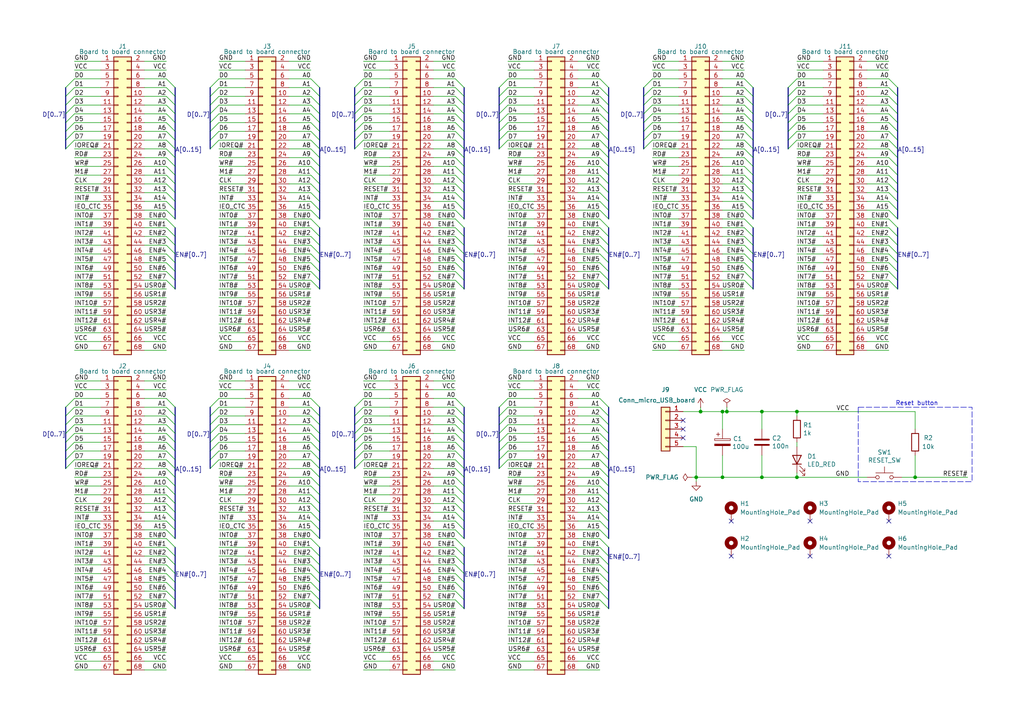
<source format=kicad_sch>
(kicad_sch (version 20231120) (generator "eeschema") (generator_version "8.0")
  (paper "A4")
  (title_block (title "ZComputer - Base board") (date "2024-06-11") (rev "v0.1") (company "Maxime Chretien") (comment 1 "mchretien@linuxmail.org"))
  (junction (at 231.14 119.38))
  (junction (at 203.2 119.38))
  (junction (at 220.98 138.43))
  (junction (at 209.55 119.38))
  (junction (at 201.93 138.43))
  (junction (at 231.14 138.43))
  (junction (at 265.43 138.43))
  (junction (at 220.98 119.38))
  (junction (at 209.55 138.43))
  (junction (at 210.82 119.38))
  (no_connect (at 198.12 127))
  (no_connect (at 212.09 151.13))
  (no_connect (at 234.95 151.13))
  (no_connect (at 198.12 121.92))
  (no_connect (at 257.81 161.29))
  (no_connect (at 234.95 161.29))
  (no_connect (at 198.12 124.46))
  (no_connect (at 212.09 161.29))
  (no_connect (at 257.81 151.13))
  (bus_entry (at 48.26 123.19) (size 2.54 2.54))
  (bus_entry (at 144.78 43.18) (size 2.54 -2.54))
  (bus_entry (at 215.9 43.18) (size 2.54 2.54))
  (bus_entry (at 173.99 22.86) (size 2.54 2.54))
  (bus_entry (at 48.26 161.29) (size 2.54 2.54))
  (bus_entry (at 173.99 171.45) (size 2.54 2.54))
  (bus_entry (at 173.99 58.42) (size 2.54 2.54))
  (bus_entry (at 132.08 63.5) (size 2.54 2.54))
  (bus_entry (at 257.81 40.64) (size 2.54 2.54))
  (bus_entry (at 173.99 151.13) (size 2.54 2.54))
  (bus_entry (at 19.05 120.65) (size 2.54 -2.54))
  (bus_entry (at 173.99 50.8) (size 2.54 2.54))
  (bus_entry (at 132.08 68.58) (size 2.54 2.54))
  (bus_entry (at 132.08 48.26) (size 2.54 2.54))
  (bus_entry (at 132.08 148.59) (size 2.54 2.54))
  (bus_entry (at 90.17 123.19) (size 2.54 2.54))
  (bus_entry (at 102.87 128.27) (size 2.54 -2.54))
  (bus_entry (at 102.87 120.65) (size 2.54 -2.54))
  (bus_entry (at 19.05 118.11) (size 2.54 -2.54))
  (bus_entry (at 132.08 30.48) (size 2.54 2.54))
  (bus_entry (at 132.08 60.96) (size 2.54 2.54))
  (bus_entry (at 48.26 138.43) (size 2.54 2.54))
  (bus_entry (at 48.26 76.2) (size 2.54 2.54))
  (bus_entry (at 144.78 133.35) (size 2.54 -2.54))
  (bus_entry (at 48.26 115.57) (size 2.54 2.54))
  (bus_entry (at 215.9 73.66) (size 2.54 2.54))
  (bus_entry (at 215.9 60.96) (size 2.54 2.54))
  (bus_entry (at 90.17 135.89) (size 2.54 2.54))
  (bus_entry (at 60.96 130.81) (size 2.54 -2.54))
  (bus_entry (at 102.87 130.81) (size 2.54 -2.54))
  (bus_entry (at 90.17 138.43) (size 2.54 2.54))
  (bus_entry (at 48.26 58.42) (size 2.54 2.54))
  (bus_entry (at 90.17 68.58) (size 2.54 2.54))
  (bus_entry (at 19.05 130.81) (size 2.54 -2.54))
  (bus_entry (at 48.26 140.97) (size 2.54 2.54))
  (bus_entry (at 257.81 63.5) (size 2.54 2.54))
  (bus_entry (at 48.26 50.8) (size 2.54 2.54))
  (bus_entry (at 257.81 60.96) (size 2.54 2.54))
  (bus_entry (at 132.08 143.51) (size 2.54 2.54))
  (bus_entry (at 132.08 43.18) (size 2.54 2.54))
  (bus_entry (at 257.81 27.94) (size 2.54 2.54))
  (bus_entry (at 90.17 146.05) (size 2.54 2.54))
  (bus_entry (at 102.87 43.18) (size 2.54 -2.54))
  (bus_entry (at 90.17 50.8) (size 2.54 2.54))
  (bus_entry (at 144.78 33.02) (size 2.54 -2.54))
  (bus_entry (at 19.05 33.02) (size 2.54 -2.54))
  (bus_entry (at 48.26 63.5) (size 2.54 2.54))
  (bus_entry (at 215.9 78.74) (size 2.54 2.54))
  (bus_entry (at 90.17 158.75) (size 2.54 2.54))
  (bus_entry (at 173.99 161.29) (size 2.54 2.54))
  (bus_entry (at 215.9 25.4) (size 2.54 2.54))
  (bus_entry (at 173.99 118.11) (size 2.54 2.54))
  (bus_entry (at 132.08 133.35) (size 2.54 2.54))
  (bus_entry (at 173.99 166.37) (size 2.54 2.54))
  (bus_entry (at 19.05 43.18) (size 2.54 -2.54))
  (bus_entry (at 90.17 48.26) (size 2.54 2.54))
  (bus_entry (at 19.05 27.94) (size 2.54 -2.54))
  (bus_entry (at 60.96 35.56) (size 2.54 -2.54))
  (bus_entry (at 144.78 135.89) (size 2.54 -2.54))
  (bus_entry (at 48.26 71.12) (size 2.54 2.54))
  (bus_entry (at 90.17 66.04) (size 2.54 2.54))
  (bus_entry (at 90.17 166.37) (size 2.54 2.54))
  (bus_entry (at 90.17 125.73) (size 2.54 2.54))
  (bus_entry (at 90.17 76.2) (size 2.54 2.54))
  (bus_entry (at 228.6 43.18) (size 2.54 -2.54))
  (bus_entry (at 90.17 173.99) (size 2.54 2.54))
  (bus_entry (at 90.17 81.28) (size 2.54 2.54))
  (bus_entry (at 215.9 38.1) (size 2.54 2.54))
  (bus_entry (at 173.99 30.48) (size 2.54 2.54))
  (bus_entry (at 90.17 43.18) (size 2.54 2.54))
  (bus_entry (at 257.81 81.28) (size 2.54 2.54))
  (bus_entry (at 90.17 143.51) (size 2.54 2.54))
  (bus_entry (at 173.99 163.83) (size 2.54 2.54))
  (bus_entry (at 90.17 71.12) (size 2.54 2.54))
  (bus_entry (at 48.26 118.11) (size 2.54 2.54))
  (bus_entry (at 257.81 71.12) (size 2.54 2.54))
  (bus_entry (at 102.87 30.48) (size 2.54 -2.54))
  (bus_entry (at 132.08 123.19) (size 2.54 2.54))
  (bus_entry (at 173.99 135.89) (size 2.54 2.54))
  (bus_entry (at 228.6 38.1) (size 2.54 -2.54))
  (bus_entry (at 132.08 161.29) (size 2.54 2.54))
  (bus_entry (at 102.87 118.11) (size 2.54 -2.54))
  (bus_entry (at 257.81 48.26) (size 2.54 2.54))
  (bus_entry (at 60.96 40.64) (size 2.54 -2.54))
  (bus_entry (at 48.26 166.37) (size 2.54 2.54))
  (bus_entry (at 90.17 63.5) (size 2.54 2.54))
  (bus_entry (at 173.99 68.58) (size 2.54 2.54))
  (bus_entry (at 132.08 135.89) (size 2.54 2.54))
  (bus_entry (at 90.17 33.02) (size 2.54 2.54))
  (bus_entry (at 48.26 60.96) (size 2.54 2.54))
  (bus_entry (at 228.6 30.48) (size 2.54 -2.54))
  (bus_entry (at 144.78 27.94) (size 2.54 -2.54))
  (bus_entry (at 132.08 156.21) (size 2.54 2.54))
  (bus_entry (at 132.08 35.56) (size 2.54 2.54))
  (bus_entry (at 215.9 58.42) (size 2.54 2.54))
  (bus_entry (at 90.17 25.4) (size 2.54 2.54))
  (bus_entry (at 48.26 146.05) (size 2.54 2.54))
  (bus_entry (at 48.26 40.64) (size 2.54 2.54))
  (bus_entry (at 215.9 71.12) (size 2.54 2.54))
  (bus_entry (at 144.78 35.56) (size 2.54 -2.54))
  (bus_entry (at 186.69 25.4) (size 2.54 -2.54))
  (bus_entry (at 173.99 40.64) (size 2.54 2.54))
  (bus_entry (at 90.17 55.88) (size 2.54 2.54))
  (bus_entry (at 215.9 22.86) (size 2.54 2.54))
  (bus_entry (at 132.08 38.1) (size 2.54 2.54))
  (bus_entry (at 48.26 143.51) (size 2.54 2.54))
  (bus_entry (at 60.96 30.48) (size 2.54 -2.54))
  (bus_entry (at 48.26 78.74) (size 2.54 2.54))
  (bus_entry (at 60.96 118.11) (size 2.54 -2.54))
  (bus_entry (at 173.99 146.05) (size 2.54 2.54))
  (bus_entry (at 173.99 60.96) (size 2.54 2.54))
  (bus_entry (at 90.17 120.65) (size 2.54 2.54))
  (bus_entry (at 186.69 38.1) (size 2.54 -2.54))
  (bus_entry (at 132.08 27.94) (size 2.54 2.54))
  (bus_entry (at 60.96 43.18) (size 2.54 -2.54))
  (bus_entry (at 257.81 38.1) (size 2.54 2.54))
  (bus_entry (at 90.17 35.56) (size 2.54 2.54))
  (bus_entry (at 48.26 133.35) (size 2.54 2.54))
  (bus_entry (at 19.05 125.73) (size 2.54 -2.54))
  (bus_entry (at 48.26 22.86) (size 2.54 2.54))
  (bus_entry (at 48.26 35.56) (size 2.54 2.54))
  (bus_entry (at 173.99 156.21) (size 2.54 2.54))
  (bus_entry (at 215.9 55.88) (size 2.54 2.54))
  (bus_entry (at 257.81 53.34) (size 2.54 2.54))
  (bus_entry (at 173.99 27.94) (size 2.54 2.54))
  (bus_entry (at 90.17 133.35) (size 2.54 2.54))
  (bus_entry (at 132.08 173.99) (size 2.54 2.54))
  (bus_entry (at 144.78 128.27) (size 2.54 -2.54))
  (bus_entry (at 132.08 120.65) (size 2.54 2.54))
  (bus_entry (at 228.6 35.56) (size 2.54 -2.54))
  (bus_entry (at 132.08 151.13) (size 2.54 2.54))
  (bus_entry (at 257.81 50.8) (size 2.54 2.54))
  (bus_entry (at 173.99 143.51) (size 2.54 2.54))
  (bus_entry (at 173.99 158.75) (size 2.54 2.54))
  (bus_entry (at 60.96 125.73) (size 2.54 -2.54))
  (bus_entry (at 215.9 45.72) (size 2.54 2.54))
  (bus_entry (at 257.81 25.4) (size 2.54 2.54))
  (bus_entry (at 48.26 30.48) (size 2.54 2.54))
  (bus_entry (at 173.99 53.34) (size 2.54 2.54))
  (bus_entry (at 215.9 33.02) (size 2.54 2.54))
  (bus_entry (at 90.17 45.72) (size 2.54 2.54))
  (bus_entry (at 102.87 123.19) (size 2.54 -2.54))
  (bus_entry (at 60.96 33.02) (size 2.54 -2.54))
  (bus_entry (at 228.6 33.02) (size 2.54 -2.54))
  (bus_entry (at 48.26 68.58) (size 2.54 2.54))
  (bus_entry (at 228.6 27.94) (size 2.54 -2.54))
  (bus_entry (at 257.81 78.74) (size 2.54 2.54))
  (bus_entry (at 144.78 38.1) (size 2.54 -2.54))
  (bus_entry (at 48.26 120.65) (size 2.54 2.54))
  (bus_entry (at 257.81 35.56) (size 2.54 2.54))
  (bus_entry (at 19.05 25.4) (size 2.54 -2.54))
  (bus_entry (at 215.9 27.94) (size 2.54 2.54))
  (bus_entry (at 102.87 135.89) (size 2.54 -2.54))
  (bus_entry (at 60.96 128.27) (size 2.54 -2.54))
  (bus_entry (at 102.87 38.1) (size 2.54 -2.54))
  (bus_entry (at 48.26 148.59) (size 2.54 2.54))
  (bus_entry (at 257.81 66.04) (size 2.54 2.54))
  (bus_entry (at 48.26 158.75) (size 2.54 2.54))
  (bus_entry (at 102.87 133.35) (size 2.54 -2.54))
  (bus_entry (at 173.99 73.66) (size 2.54 2.54))
  (bus_entry (at 144.78 120.65) (size 2.54 -2.54))
  (bus_entry (at 144.78 125.73) (size 2.54 -2.54))
  (bus_entry (at 173.99 120.65) (size 2.54 2.54))
  (bus_entry (at 102.87 125.73) (size 2.54 -2.54))
  (bus_entry (at 90.17 40.64) (size 2.54 2.54))
  (bus_entry (at 19.05 133.35) (size 2.54 -2.54))
  (bus_entry (at 173.99 130.81) (size 2.54 2.54))
  (bus_entry (at 173.99 48.26) (size 2.54 2.54))
  (bus_entry (at 257.81 73.66) (size 2.54 2.54))
  (bus_entry (at 132.08 22.86) (size 2.54 2.54))
  (bus_entry (at 90.17 53.34) (size 2.54 2.54))
  (bus_entry (at 48.26 163.83) (size 2.54 2.54))
  (bus_entry (at 60.96 135.89) (size 2.54 -2.54))
  (bus_entry (at 257.81 30.48) (size 2.54 2.54))
  (bus_entry (at 132.08 171.45) (size 2.54 2.54))
  (bus_entry (at 144.78 118.11) (size 2.54 -2.54))
  (bus_entry (at 144.78 130.81) (size 2.54 -2.54))
  (bus_entry (at 90.17 168.91) (size 2.54 2.54))
  (bus_entry (at 257.81 33.02) (size 2.54 2.54))
  (bus_entry (at 19.05 40.64) (size 2.54 -2.54))
  (bus_entry (at 90.17 30.48) (size 2.54 2.54))
  (bus_entry (at 215.9 40.64) (size 2.54 2.54))
  (bus_entry (at 48.26 38.1) (size 2.54 2.54))
  (bus_entry (at 173.99 45.72) (size 2.54 2.54))
  (bus_entry (at 90.17 171.45) (size 2.54 2.54))
  (bus_entry (at 173.99 140.97) (size 2.54 2.54))
  (bus_entry (at 132.08 76.2) (size 2.54 2.54))
  (bus_entry (at 19.05 30.48) (size 2.54 -2.54))
  (bus_entry (at 90.17 22.86) (size 2.54 2.54))
  (bus_entry (at 173.99 153.67) (size 2.54 2.54))
  (bus_entry (at 60.96 123.19) (size 2.54 -2.54))
  (bus_entry (at 102.87 25.4) (size 2.54 -2.54))
  (bus_entry (at 132.08 25.4) (size 2.54 2.54))
  (bus_entry (at 173.99 66.04) (size 2.54 2.54))
  (bus_entry (at 90.17 163.83) (size 2.54 2.54))
  (bus_entry (at 144.78 40.64) (size 2.54 -2.54))
  (bus_entry (at 132.08 40.64) (size 2.54 2.54))
  (bus_entry (at 19.05 135.89) (size 2.54 -2.54))
  (bus_entry (at 173.99 43.18) (size 2.54 2.54))
  (bus_entry (at 132.08 45.72) (size 2.54 2.54))
  (bus_entry (at 19.05 123.19) (size 2.54 -2.54))
  (bus_entry (at 132.08 81.28) (size 2.54 2.54))
  (bus_entry (at 186.69 40.64) (size 2.54 -2.54))
  (bus_entry (at 48.26 128.27) (size 2.54 2.54))
  (bus_entry (at 90.17 78.74) (size 2.54 2.54))
  (bus_entry (at 60.96 120.65) (size 2.54 -2.54))
  (bus_entry (at 132.08 71.12) (size 2.54 2.54))
  (bus_entry (at 215.9 30.48) (size 2.54 2.54))
  (bus_entry (at 173.99 78.74) (size 2.54 2.54))
  (bus_entry (at 215.9 68.58) (size 2.54 2.54))
  (bus_entry (at 48.26 45.72) (size 2.54 2.54))
  (bus_entry (at 132.08 55.88) (size 2.54 2.54))
  (bus_entry (at 186.69 27.94) (size 2.54 -2.54))
  (bus_entry (at 90.17 58.42) (size 2.54 2.54))
  (bus_entry (at 48.26 27.94) (size 2.54 2.54))
  (bus_entry (at 90.17 161.29) (size 2.54 2.54))
  (bus_entry (at 90.17 153.67) (size 2.54 2.54))
  (bus_entry (at 173.99 81.28) (size 2.54 2.54))
  (bus_entry (at 48.26 43.18) (size 2.54 2.54))
  (bus_entry (at 48.26 33.02) (size 2.54 2.54))
  (bus_entry (at 132.08 50.8) (size 2.54 2.54))
  (bus_entry (at 228.6 40.64) (size 2.54 -2.54))
  (bus_entry (at 257.81 76.2) (size 2.54 2.54))
  (bus_entry (at 60.96 133.35) (size 2.54 -2.54))
  (bus_entry (at 48.26 73.66) (size 2.54 2.54))
  (bus_entry (at 48.26 168.91) (size 2.54 2.54))
  (bus_entry (at 257.81 58.42) (size 2.54 2.54))
  (bus_entry (at 60.96 27.94) (size 2.54 -2.54))
  (bus_entry (at 19.05 128.27) (size 2.54 -2.54))
  (bus_entry (at 48.26 125.73) (size 2.54 2.54))
  (bus_entry (at 90.17 130.81) (size 2.54 2.54))
  (bus_entry (at 173.99 63.5) (size 2.54 2.54))
  (bus_entry (at 132.08 163.83) (size 2.54 2.54))
  (bus_entry (at 144.78 123.19) (size 2.54 -2.54))
  (bus_entry (at 132.08 166.37) (size 2.54 2.54))
  (bus_entry (at 173.99 138.43) (size 2.54 2.54))
  (bus_entry (at 132.08 66.04) (size 2.54 2.54))
  (bus_entry (at 144.78 30.48) (size 2.54 -2.54))
  (bus_entry (at 48.26 171.45) (size 2.54 2.54))
  (bus_entry (at 48.26 130.81) (size 2.54 2.54))
  (bus_entry (at 173.99 173.99) (size 2.54 2.54))
  (bus_entry (at 48.26 153.67) (size 2.54 2.54))
  (bus_entry (at 215.9 53.34) (size 2.54 2.54))
  (bus_entry (at 257.81 22.86) (size 2.54 2.54))
  (bus_entry (at 173.99 76.2) (size 2.54 2.54))
  (bus_entry (at 90.17 156.21) (size 2.54 2.54))
  (bus_entry (at 173.99 128.27) (size 2.54 2.54))
  (bus_entry (at 257.81 45.72) (size 2.54 2.54))
  (bus_entry (at 19.05 38.1) (size 2.54 -2.54))
  (bus_entry (at 60.96 38.1) (size 2.54 -2.54))
  (bus_entry (at 48.26 55.88) (size 2.54 2.54))
  (bus_entry (at 132.08 140.97) (size 2.54 2.54))
  (bus_entry (at 173.99 25.4) (size 2.54 2.54))
  (bus_entry (at 173.99 35.56) (size 2.54 2.54))
  (bus_entry (at 90.17 148.59) (size 2.54 2.54))
  (bus_entry (at 257.81 55.88) (size 2.54 2.54))
  (bus_entry (at 90.17 115.57) (size 2.54 2.54))
  (bus_entry (at 186.69 30.48) (size 2.54 -2.54))
  (bus_entry (at 132.08 158.75) (size 2.54 2.54))
  (bus_entry (at 173.99 133.35) (size 2.54 2.54))
  (bus_entry (at 48.26 53.34) (size 2.54 2.54))
  (bus_entry (at 90.17 73.66) (size 2.54 2.54))
  (bus_entry (at 132.08 33.02) (size 2.54 2.54))
  (bus_entry (at 132.08 53.34) (size 2.54 2.54))
  (bus_entry (at 132.08 128.27) (size 2.54 2.54))
  (bus_entry (at 48.26 81.28) (size 2.54 2.54))
  (bus_entry (at 102.87 33.02) (size 2.54 -2.54))
  (bus_entry (at 102.87 35.56) (size 2.54 -2.54))
  (bus_entry (at 173.99 168.91) (size 2.54 2.54))
  (bus_entry (at 60.96 25.4) (size 2.54 -2.54))
  (bus_entry (at 48.26 173.99) (size 2.54 2.54))
  (bus_entry (at 132.08 125.73) (size 2.54 2.54))
  (bus_entry (at 90.17 128.27) (size 2.54 2.54))
  (bus_entry (at 132.08 138.43) (size 2.54 2.54))
  (bus_entry (at 90.17 140.97) (size 2.54 2.54))
  (bus_entry (at 186.69 33.02) (size 2.54 -2.54))
  (bus_entry (at 173.99 71.12) (size 2.54 2.54))
  (bus_entry (at 228.6 25.4) (size 2.54 -2.54))
  (bus_entry (at 132.08 118.11) (size 2.54 2.54))
  (bus_entry (at 215.9 76.2) (size 2.54 2.54))
  (bus_entry (at 173.99 125.73) (size 2.54 2.54))
  (bus_entry (at 90.17 27.94) (size 2.54 2.54))
  (bus_entry (at 48.26 66.04) (size 2.54 2.54))
  (bus_entry (at 173.99 123.19) (size 2.54 2.54))
  (bus_entry (at 132.08 168.91) (size 2.54 2.54))
  (bus_entry (at 48.26 25.4) (size 2.54 2.54))
  (bus_entry (at 132.08 115.57) (size 2.54 2.54))
  (bus_entry (at 90.17 118.11) (size 2.54 2.54))
  (bus_entry (at 215.9 50.8) (size 2.54 2.54))
  (bus_entry (at 215.9 63.5) (size 2.54 2.54))
  (bus_entry (at 132.08 146.05) (size 2.54 2.54))
  (bus_entry (at 186.69 43.18) (size 2.54 -2.54))
  (bus_entry (at 132.08 58.42) (size 2.54 2.54))
  (bus_entry (at 48.26 48.26) (size 2.54 2.54))
  (bus_entry (at 173.99 38.1) (size 2.54 2.54))
  (bus_entry (at 215.9 81.28) (size 2.54 2.54))
  (bus_entry (at 144.78 25.4) (size 2.54 -2.54))
  (bus_entry (at 132.08 73.66) (size 2.54 2.54))
  (bus_entry (at 257.81 68.58) (size 2.54 2.54))
  (bus_entry (at 90.17 151.13) (size 2.54 2.54))
  (bus_entry (at 215.9 66.04) (size 2.54 2.54))
  (bus_entry (at 132.08 130.81) (size 2.54 2.54))
  (bus_entry (at 132.08 153.67) (size 2.54 2.54))
  (bus_entry (at 102.87 40.64) (size 2.54 -2.54))
  (bus_entry (at 48.26 156.21) (size 2.54 2.54))
  (bus_entry (at 173.99 115.57) (size 2.54 2.54))
  (bus_entry (at 173.99 33.02) (size 2.54 2.54))
  (bus_entry (at 48.26 135.89) (size 2.54 2.54))
  (bus_entry (at 132.08 78.74) (size 2.54 2.54))
  (bus_entry (at 90.17 38.1) (size 2.54 2.54))
  (bus_entry (at 102.87 27.94) (size 2.54 -2.54))
  (bus_entry (at 48.26 151.13) (size 2.54 2.54))
  (bus_entry (at 90.17 60.96) (size 2.54 2.54))
  (bus_entry (at 173.99 148.59) (size 2.54 2.54))
  (bus_entry (at 215.9 35.56) (size 2.54 2.54))
  (bus_entry (at 186.69 35.56) (size 2.54 -2.54))
  (bus_entry (at 173.99 55.88) (size 2.54 2.54))
  (bus_entry (at 215.9 48.26) (size 2.54 2.54))
  (bus_entry (at 19.05 35.56) (size 2.54 -2.54))
  (bus_entry (at 257.81 43.18) (size 2.54 2.54))
  (bus (pts (xy 50.8 173.99) (xy 50.8 176.53)))
  (wire (pts (xy 189.23 78.74) (xy 196.85 78.74)))
  (wire (pts (xy 189.23 60.96) (xy 196.85 60.96)))
  (bus (pts (xy 176.53 25.4) (xy 176.53 27.94)))
  (wire (pts (xy 147.32 171.45) (xy 154.94 171.45)))
  (wire (pts (xy 83.82 60.96) (xy 90.17 60.96)))
  (wire (pts (xy 41.91 17.78) (xy 48.26 17.78)))
  (wire (pts (xy 105.41 25.4) (xy 113.03 25.4)))
  (wire (pts (xy 231.14 33.02) (xy 238.76 33.02)))
  (bus (pts (xy 176.53 33.02) (xy 176.53 35.56)))
  (wire (pts (xy 41.91 171.45) (xy 48.26 171.45)))
  (wire (pts (xy 21.59 146.05) (xy 29.21 146.05)))
  (wire (pts (xy 63.5 22.86) (xy 71.12 22.86)))
  (wire (pts (xy 209.55 30.48) (xy 215.9 30.48)))
  (wire (pts (xy 105.41 168.91) (xy 113.03 168.91)))
  (wire (pts (xy 251.46 71.12) (xy 257.81 71.12)))
  (wire (pts (xy 147.32 168.91) (xy 154.94 168.91)))
  (bus (pts (xy 92.71 48.26) (xy 92.71 50.8)))
  (bus (pts (xy 134.62 118.11) (xy 134.62 120.65)))
  (bus (pts (xy 134.62 60.96) (xy 134.62 63.5)))
  (wire (pts (xy 198.12 119.38) (xy 203.2 119.38)))
  (bus (pts (xy 260.35 66.04) (xy 260.35 68.58)))
  (bus (pts (xy 50.8 25.4) (xy 50.8 27.94)))
  (bus (pts (xy 176.53 161.29) (xy 176.53 163.83)))
  (wire (pts (xy 63.5 133.35) (xy 71.12 133.35)))
  (bus (pts (xy 92.71 30.48) (xy 92.71 33.02)))
  (wire (pts (xy 41.91 78.74) (xy 48.26 78.74)))
  (wire (pts (xy 83.82 27.94) (xy 90.17 27.94)))
  (wire (pts (xy 147.32 88.9) (xy 154.94 88.9)))
  (wire (pts (xy 251.46 40.64) (xy 257.81 40.64)))
  (wire (pts (xy 41.91 86.36) (xy 48.26 86.36)))
  (wire (pts (xy 147.32 135.89) (xy 154.94 135.89)))
  (wire (pts (xy 231.14 53.34) (xy 238.76 53.34)))
  (wire (pts (xy 125.73 22.86) (xy 132.08 22.86)))
  (wire (pts (xy 251.46 68.58) (xy 257.81 68.58)))
  (bus (pts (xy 92.71 130.81) (xy 92.71 133.35)))
  (wire (pts (xy 251.46 78.74) (xy 257.81 78.74)))
  (wire (pts (xy 41.91 33.02) (xy 48.26 33.02)))
  (bus (pts (xy 134.62 143.51) (xy 134.62 146.05)))
  (wire (pts (xy 125.73 81.28) (xy 132.08 81.28)))
  (bus (pts (xy 92.71 135.89) (xy 92.71 138.43)))
  (wire (pts (xy 41.91 118.11) (xy 48.26 118.11)))
  (bus (pts (xy 50.8 66.04) (xy 50.8 68.58)))
  (bus (pts (xy 50.8 135.89) (xy 50.8 138.43)))
  (wire (pts (xy 167.64 40.64) (xy 173.99 40.64)))
  (wire (pts (xy 167.64 38.1) (xy 173.99 38.1)))
  (wire (pts (xy 189.23 17.78) (xy 196.85 17.78)))
  (bus (pts (xy 260.35 35.56) (xy 260.35 38.1)))
  (bus (pts (xy 50.8 123.19) (xy 50.8 125.73)))
  (wire (pts (xy 21.59 93.98) (xy 29.21 93.98)))
  (bus (pts (xy 92.71 161.29) (xy 92.71 163.83)))
  (wire (pts (xy 83.82 113.03) (xy 90.17 113.03)))
  (wire (pts (xy 105.41 146.05) (xy 113.03 146.05)))
  (bus (pts (xy 134.62 66.04) (xy 134.62 68.58)))
  (wire (pts (xy 125.73 146.05) (xy 132.08 146.05)))
  (wire (pts (xy 167.64 168.91) (xy 173.99 168.91)))
  (wire (pts (xy 41.91 110.49) (xy 48.26 110.49)))
  (wire (pts (xy 83.82 66.04) (xy 90.17 66.04)))
  (wire (pts (xy 41.91 128.27) (xy 48.26 128.27)))
  (wire (pts (xy 209.55 33.02) (xy 215.9 33.02)))
  (wire (pts (xy 63.5 189.23) (xy 71.12 189.23)))
  (bus (pts (xy 50.8 55.88) (xy 50.8 58.42)))
  (wire (pts (xy 167.64 71.12) (xy 173.99 71.12)))
  (bus (pts (xy 134.62 166.37) (xy 134.62 168.91)))
  (bus (pts (xy 260.35 40.64) (xy 260.35 43.18)))
  (bus (pts (xy 134.62 78.74) (xy 134.62 81.28)))
  (wire (pts (xy 167.64 48.26) (xy 173.99 48.26)))
  (wire (pts (xy 63.5 81.28) (xy 71.12 81.28)))
  (wire (pts (xy 63.5 140.97) (xy 71.12 140.97)))
  (wire (pts (xy 63.5 143.51) (xy 71.12 143.51)))
  (wire (pts (xy 125.73 140.97) (xy 132.08 140.97)))
  (wire (pts (xy 105.41 158.75) (xy 113.03 158.75)))
  (wire (pts (xy 125.73 38.1) (xy 132.08 38.1)))
  (bus (pts (xy 176.53 146.05) (xy 176.53 148.59)))
  (bus (pts (xy 176.53 151.13) (xy 176.53 153.67)))
  (wire (pts (xy 41.91 123.19) (xy 48.26 123.19)))
  (wire (pts (xy 63.5 166.37) (xy 71.12 166.37)))
  (bus (pts (xy 134.62 125.73) (xy 134.62 128.27)))
  (wire (pts (xy 209.55 88.9) (xy 215.9 88.9)))
  (wire (pts (xy 21.59 163.83) (xy 29.21 163.83)))
  (bus (pts (xy 134.62 163.83) (xy 134.62 166.37)))
  (wire (pts (xy 21.59 186.69) (xy 29.21 186.69)))
  (bus (pts (xy 260.35 25.4) (xy 260.35 27.94)))
  (wire (pts (xy 105.41 83.82) (xy 113.03 83.82)))
  (wire (pts (xy 41.91 191.77) (xy 48.26 191.77)))
  (wire (pts (xy 147.32 113.03) (xy 154.94 113.03)))
  (bus (pts (xy 92.71 27.94) (xy 92.71 30.48)))
  (bus (pts (xy 19.05 27.94) (xy 19.05 30.48)))
  (bus (pts (xy 102.87 125.73) (xy 102.87 128.27)))
  (wire (pts (xy 147.32 20.32) (xy 154.94 20.32)))
  (bus (pts (xy 92.71 58.42) (xy 92.71 60.96)))
  (wire (pts (xy 231.14 45.72) (xy 238.76 45.72)))
  (wire (pts (xy 41.91 194.31) (xy 48.26 194.31)))
  (wire (pts (xy 21.59 22.86) (xy 29.21 22.86)))
  (bus (pts (xy 50.8 33.02) (xy 50.8 35.56)))
  (wire (pts (xy 231.14 58.42) (xy 238.76 58.42)))
  (bus (pts (xy 92.71 73.66) (xy 92.71 76.2)))
  (wire (pts (xy 21.59 88.9) (xy 29.21 88.9)))
  (wire (pts (xy 147.32 83.82) (xy 154.94 83.82)))
  (wire (pts (xy 209.55 91.44) (xy 215.9 91.44)))
  (wire (pts (xy 167.64 73.66) (xy 173.99 73.66)))
  (bus (pts (xy 19.05 123.19) (xy 19.05 125.73)))
  (wire (pts (xy 83.82 25.4) (xy 90.17 25.4)))
  (wire (pts (xy 105.41 191.77) (xy 113.03 191.77)))
  (wire (pts (xy 105.41 48.26) (xy 113.03 48.26)))
  (wire (pts (xy 41.91 93.98) (xy 48.26 93.98)))
  (bus (pts (xy 60.96 27.94) (xy 60.96 30.48)))
  (wire (pts (xy 147.32 68.58) (xy 154.94 68.58)))
  (wire (pts (xy 41.91 179.07) (xy 48.26 179.07)))
  (bus (pts (xy 260.35 43.18) (xy 260.35 45.72)))
  (wire (pts (xy 147.32 76.2) (xy 154.94 76.2)))
  (wire (pts (xy 83.82 153.67) (xy 90.17 153.67)))
  (bus (pts (xy 176.53 76.2) (xy 176.53 78.74)))
  (bus (pts (xy 186.69 35.56) (xy 186.69 38.1)))
  (wire (pts (xy 21.59 63.5) (xy 29.21 63.5)))
  (wire (pts (xy 167.64 33.02) (xy 173.99 33.02)))
  (bus (pts (xy 134.62 158.75) (xy 134.62 161.29)))
  (wire (pts (xy 125.73 68.58) (xy 132.08 68.58)))
  (wire (pts (xy 41.91 22.86) (xy 48.26 22.86)))
  (wire (pts (xy 83.82 135.89) (xy 90.17 135.89)))
  (wire (pts (xy 83.82 88.9) (xy 90.17 88.9)))
  (wire (pts (xy 63.5 118.11) (xy 71.12 118.11)))
  (wire (pts (xy 83.82 146.05) (xy 90.17 146.05)))
  (wire (pts (xy 147.32 184.15) (xy 154.94 184.15)))
  (wire (pts (xy 105.41 22.86) (xy 113.03 22.86)))
  (wire (pts (xy 189.23 83.82) (xy 196.85 83.82)))
  (wire (pts (xy 125.73 181.61) (xy 132.08 181.61)))
  (wire (pts (xy 125.73 73.66) (xy 132.08 73.66)))
  (bus (pts (xy 176.53 133.35) (xy 176.53 135.89)))
  (wire (pts (xy 105.41 68.58) (xy 113.03 68.58)))
  (wire (pts (xy 105.41 101.6) (xy 113.03 101.6)))
  (bus (pts (xy 102.87 27.94) (xy 102.87 30.48)))
  (bus (pts (xy 60.96 33.02) (xy 60.96 35.56)))
  (bus (pts (xy 102.87 35.56) (xy 102.87 38.1)))
  (wire (pts (xy 167.64 66.04) (xy 173.99 66.04)))
  (wire (pts (xy 21.59 156.21) (xy 29.21 156.21)))
  (wire (pts (xy 21.59 66.04) (xy 29.21 66.04)))
  (wire (pts (xy 63.5 48.26) (xy 71.12 48.26)))
  (wire (pts (xy 231.14 30.48) (xy 238.76 30.48)))
  (bus (pts (xy 134.62 53.34) (xy 134.62 55.88)))
  (wire (pts (xy 147.32 130.81) (xy 154.94 130.81)))
  (wire (pts (xy 63.5 146.05) (xy 71.12 146.05)))
  (wire (pts (xy 147.32 194.31) (xy 154.94 194.31)))
  (wire (pts (xy 105.41 50.8) (xy 113.03 50.8)))
  (wire (pts (xy 41.91 81.28) (xy 48.26 81.28)))
  (wire (pts (xy 167.64 88.9) (xy 173.99 88.9)))
  (bus (pts (xy 260.35 60.96) (xy 260.35 63.5)))
  (bus (pts (xy 92.71 140.97) (xy 92.71 143.51)))
  (wire (pts (xy 21.59 68.58) (xy 29.21 68.58)))
  (wire (pts (xy 21.59 60.96) (xy 29.21 60.96)))
  (wire (pts (xy 231.14 119.38) (xy 265.43 119.38)))
  (wire (pts (xy 167.64 181.61) (xy 173.99 181.61)))
  (wire (pts (xy 125.73 115.57) (xy 132.08 115.57)))
  (bus (pts (xy 228.6 33.02) (xy 228.6 35.56)))
  (bus (pts (xy 50.8 60.96) (xy 50.8 63.5)))
  (bus (pts (xy 176.53 125.73) (xy 176.53 128.27)))
  (wire (pts (xy 167.64 156.21) (xy 173.99 156.21)))
  (wire (pts (xy 105.41 93.98) (xy 113.03 93.98)))
  (wire (pts (xy 125.73 123.19) (xy 132.08 123.19)))
  (wire (pts (xy 189.23 45.72) (xy 196.85 45.72)))
  (bus (pts (xy 50.8 143.51) (xy 50.8 146.05)))
  (wire (pts (xy 83.82 161.29) (xy 90.17 161.29)))
  (wire (pts (xy 83.82 181.61) (xy 90.17 181.61)))
  (wire (pts (xy 125.73 179.07) (xy 132.08 179.07)))
  (bus (pts (xy 218.44 66.04) (xy 218.44 68.58)))
  (wire (pts (xy 63.5 191.77) (xy 71.12 191.77)))
  (wire (pts (xy 167.64 184.15) (xy 173.99 184.15)))
  (wire (pts (xy 63.5 99.06) (xy 71.12 99.06)))
  (wire (pts (xy 209.55 50.8) (xy 215.9 50.8)))
  (wire (pts (xy 189.23 25.4) (xy 196.85 25.4)))
  (wire (pts (xy 125.73 191.77) (xy 132.08 191.77)))
  (wire (pts (xy 83.82 156.21) (xy 90.17 156.21)))
  (bus (pts (xy 134.62 135.89) (xy 134.62 138.43)))
  (wire (pts (xy 105.41 148.59) (xy 113.03 148.59)))
  (wire (pts (xy 167.64 133.35) (xy 173.99 133.35)))
  (wire (pts (xy 83.82 115.57) (xy 90.17 115.57)))
  (bus (pts (xy 134.62 161.29) (xy 134.62 163.83)))
  (wire (pts (xy 231.14 25.4) (xy 238.76 25.4)))
  (wire (pts (xy 251.46 22.86) (xy 257.81 22.86)))
  (bus (pts (xy 176.53 68.58) (xy 176.53 71.12)))
  (wire (pts (xy 41.91 120.65) (xy 48.26 120.65)))
  (bus (pts (xy 50.8 78.74) (xy 50.8 81.28)))
  (wire (pts (xy 63.5 168.91) (xy 71.12 168.91)))
  (wire (pts (xy 63.5 35.56) (xy 71.12 35.56)))
  (wire (pts (xy 83.82 120.65) (xy 90.17 120.65)))
  (wire (pts (xy 83.82 118.11) (xy 90.17 118.11)))
  (bus (pts (xy 92.71 173.99) (xy 92.71 176.53)))
  (bus (pts (xy 102.87 40.64) (xy 102.87 43.18)))
  (wire (pts (xy 21.59 191.77) (xy 29.21 191.77)))
  (bus (pts (xy 218.44 55.88) (xy 218.44 58.42)))
  (wire (pts (xy 209.55 71.12) (xy 215.9 71.12)))
  (wire (pts (xy 83.82 38.1) (xy 90.17 38.1)))
  (wire (pts (xy 210.82 118.11) (xy 210.82 119.38)))
  (bus (pts (xy 60.96 38.1) (xy 60.96 40.64)))
  (bus (pts (xy 228.6 40.64) (xy 228.6 43.18)))
  (bus (pts (xy 144.78 133.35) (xy 144.78 135.89)))
  (wire (pts (xy 83.82 189.23) (xy 90.17 189.23)))
  (wire (pts (xy 63.5 101.6) (xy 71.12 101.6)))
  (bus (pts (xy 50.8 171.45) (xy 50.8 173.99)))
  (wire (pts (xy 147.32 91.44) (xy 154.94 91.44)))
  (wire (pts (xy 125.73 118.11) (xy 132.08 118.11)))
  (bus (pts (xy 144.78 125.73) (xy 144.78 128.27)))
  (wire (pts (xy 21.59 140.97) (xy 29.21 140.97)))
  (wire (pts (xy 105.41 140.97) (xy 113.03 140.97)))
  (wire (pts (xy 147.32 118.11) (xy 154.94 118.11)))
  (wire (pts (xy 189.23 20.32) (xy 196.85 20.32)))
  (wire (pts (xy 105.41 173.99) (xy 113.03 173.99)))
  (wire (pts (xy 41.91 43.18) (xy 48.26 43.18)))
  (bus (pts (xy 134.62 123.19) (xy 134.62 125.73)))
  (wire (pts (xy 21.59 101.6) (xy 29.21 101.6)))
  (bus (pts (xy 92.71 68.58) (xy 92.71 71.12)))
  (bus (pts (xy 134.62 148.59) (xy 134.62 151.13)))
  (wire (pts (xy 63.5 45.72) (xy 71.12 45.72)))
  (wire (pts (xy 231.14 22.86) (xy 238.76 22.86)))
  (wire (pts (xy 231.14 63.5) (xy 238.76 63.5)))
  (wire (pts (xy 167.64 118.11) (xy 173.99 118.11)))
  (bus (pts (xy 19.05 35.56) (xy 19.05 38.1)))
  (wire (pts (xy 147.32 25.4) (xy 154.94 25.4)))
  (wire (pts (xy 167.64 115.57) (xy 173.99 115.57)))
  (wire (pts (xy 41.91 186.69) (xy 48.26 186.69)))
  (wire (pts (xy 125.73 166.37) (xy 132.08 166.37)))
  (bus (pts (xy 218.44 30.48) (xy 218.44 33.02)))
  (bus (pts (xy 260.35 58.42) (xy 260.35 60.96)))
  (bus (pts (xy 92.71 40.64) (xy 92.71 43.18)))
  (wire (pts (xy 231.14 138.43) (xy 251.46 138.43)))
  (wire (pts (xy 41.91 71.12) (xy 48.26 71.12)))
  (bus (pts (xy 92.71 55.88) (xy 92.71 58.42)))
  (bus (pts (xy 92.71 153.67) (xy 92.71 156.21)))
  (wire (pts (xy 147.32 63.5) (xy 154.94 63.5)))
  (bus (pts (xy 176.53 171.45) (xy 176.53 173.99)))
  (wire (pts (xy 167.64 158.75) (xy 173.99 158.75)))
  (bus (pts (xy 102.87 38.1) (xy 102.87 40.64)))
  (wire (pts (xy 167.64 191.77) (xy 173.99 191.77)))
  (wire (pts (xy 63.5 86.36) (xy 71.12 86.36)))
  (wire (pts (xy 189.23 101.6) (xy 196.85 101.6)))
  (wire (pts (xy 83.82 20.32) (xy 90.17 20.32)))
  (bus (pts (xy 186.69 33.02) (xy 186.69 35.56)))
  (wire (pts (xy 41.91 53.34) (xy 48.26 53.34)))
  (bus (pts (xy 92.71 60.96) (xy 92.71 63.5)))
  (bus (pts (xy 92.71 33.02) (xy 92.71 35.56)))
  (wire (pts (xy 167.64 163.83) (xy 173.99 163.83)))
  (wire (pts (xy 167.64 148.59) (xy 173.99 148.59)))
  (wire (pts (xy 105.41 66.04) (xy 113.03 66.04)))
  (wire (pts (xy 83.82 76.2) (xy 90.17 76.2)))
  (wire (pts (xy 41.91 83.82) (xy 48.26 83.82)))
  (wire (pts (xy 231.14 93.98) (xy 238.76 93.98)))
  (wire (pts (xy 147.32 17.78) (xy 154.94 17.78)))
  (wire (pts (xy 41.91 148.59) (xy 48.26 148.59)))
  (wire (pts (xy 251.46 53.34) (xy 257.81 53.34)))
  (bus (pts (xy 92.71 143.51) (xy 92.71 146.05)))
  (wire (pts (xy 21.59 135.89) (xy 29.21 135.89)))
  (wire (pts (xy 231.14 71.12) (xy 238.76 71.12)))
  (wire (pts (xy 147.32 158.75) (xy 154.94 158.75)))
  (bus (pts (xy 92.71 166.37) (xy 92.71 168.91)))
  (wire (pts (xy 21.59 48.26) (xy 29.21 48.26)))
  (bus (pts (xy 50.8 118.11) (xy 50.8 120.65)))
  (wire (pts (xy 125.73 33.02) (xy 132.08 33.02)))
  (wire (pts (xy 83.82 163.83) (xy 90.17 163.83)))
  (bus (pts (xy 176.53 78.74) (xy 176.53 81.28)))
  (wire (pts (xy 147.32 181.61) (xy 154.94 181.61)))
  (wire (pts (xy 105.41 73.66) (xy 113.03 73.66)))
  (bus (pts (xy 144.78 130.81) (xy 144.78 133.35)))
  (wire (pts (xy 83.82 53.34) (xy 90.17 53.34)))
  (bus (pts (xy 50.8 138.43) (xy 50.8 140.97)))
  (wire (pts (xy 167.64 43.18) (xy 173.99 43.18)))
  (wire (pts (xy 21.59 86.36) (xy 29.21 86.36)))
  (wire (pts (xy 167.64 91.44) (xy 173.99 91.44)))
  (bus (pts (xy 92.71 138.43) (xy 92.71 140.97)))
  (bus (pts (xy 92.71 71.12) (xy 92.71 73.66)))
  (bus (pts (xy 228.6 30.48) (xy 228.6 33.02)))
  (wire (pts (xy 83.82 30.48) (xy 90.17 30.48)))
  (wire (pts (xy 105.41 20.32) (xy 113.03 20.32)))
  (wire (pts (xy 63.5 184.15) (xy 71.12 184.15)))
  (wire (pts (xy 83.82 140.97) (xy 90.17 140.97)))
  (bus (pts (xy 92.71 35.56) (xy 92.71 38.1)))
  (wire (pts (xy 63.5 40.64) (xy 71.12 40.64)))
  (wire (pts (xy 125.73 110.49) (xy 132.08 110.49)))
  (wire (pts (xy 209.55 83.82) (xy 215.9 83.82)))
  (bus (pts (xy 260.35 50.8) (xy 260.35 53.34)))
  (wire (pts (xy 231.14 83.82) (xy 238.76 83.82)))
  (wire (pts (xy 63.5 20.32) (xy 71.12 20.32)))
  (wire (pts (xy 41.91 76.2) (xy 48.26 76.2)))
  (wire (pts (xy 41.91 58.42) (xy 48.26 58.42)))
  (wire (pts (xy 105.41 118.11) (xy 113.03 118.11)))
  (wire (pts (xy 147.32 45.72) (xy 154.94 45.72)))
  (bus (pts (xy 144.78 25.4) (xy 144.78 27.94)))
  (wire (pts (xy 21.59 138.43) (xy 29.21 138.43)))
  (wire (pts (xy 83.82 179.07) (xy 90.17 179.07)))
  (wire (pts (xy 147.32 148.59) (xy 154.94 148.59)))
  (wire (pts (xy 125.73 86.36) (xy 132.08 86.36)))
  (bus (pts (xy 176.53 143.51) (xy 176.53 146.05)))
  (wire (pts (xy 147.32 153.67) (xy 154.94 153.67)))
  (wire (pts (xy 63.5 58.42) (xy 71.12 58.42)))
  (wire (pts (xy 105.41 30.48) (xy 113.03 30.48)))
  (wire (pts (xy 41.91 68.58) (xy 48.26 68.58)))
  (wire (pts (xy 167.64 123.19) (xy 173.99 123.19)))
  (wire (pts (xy 167.64 140.97) (xy 173.99 140.97)))
  (bus (pts (xy 50.8 30.48) (xy 50.8 33.02)))
  (bus (pts (xy 176.53 48.26) (xy 176.53 50.8)))
  (bus (pts (xy 19.05 125.73) (xy 19.05 128.27)))
  (wire (pts (xy 21.59 123.19) (xy 29.21 123.19)))
  (bus (pts (xy 176.53 135.89) (xy 176.53 138.43)))
  (wire (pts (xy 251.46 50.8) (xy 257.81 50.8)))
  (bus (pts (xy 176.53 153.67) (xy 176.53 156.21)))
  (wire (pts (xy 83.82 133.35) (xy 90.17 133.35)))
  (bus (pts (xy 176.53 168.91) (xy 176.53 171.45)))
  (wire (pts (xy 167.64 25.4) (xy 173.99 25.4)))
  (wire (pts (xy 63.5 151.13) (xy 71.12 151.13)))
  (wire (pts (xy 41.91 138.43) (xy 48.26 138.43)))
  (bus (pts (xy 92.71 125.73) (xy 92.71 128.27)))
  (bus (pts (xy 260.35 27.94) (xy 260.35 30.48)))
  (bus (pts (xy 218.44 38.1) (xy 218.44 40.64)))
  (wire (pts (xy 265.43 119.38) (xy 265.43 124.46)))
  (wire (pts (xy 251.46 73.66) (xy 257.81 73.66)))
  (wire (pts (xy 147.32 48.26) (xy 154.94 48.26)))
  (wire (pts (xy 209.55 93.98) (xy 215.9 93.98)))
  (wire (pts (xy 105.41 43.18) (xy 113.03 43.18)))
  (wire (pts (xy 83.82 91.44) (xy 90.17 91.44)))
  (wire (pts (xy 167.64 179.07) (xy 173.99 179.07)))
  (bus (pts (xy 102.87 128.27) (xy 102.87 130.81)))
  (bus (pts (xy 134.62 140.97) (xy 134.62 143.51)))
  (bus (pts (xy 260.35 71.12) (xy 260.35 73.66)))
  (wire (pts (xy 21.59 78.74) (xy 29.21 78.74)))
  (wire (pts (xy 63.5 181.61) (xy 71.12 181.61)))
  (wire (pts (xy 21.59 96.52) (xy 29.21 96.52)))
  (wire (pts (xy 189.23 33.02) (xy 196.85 33.02)))
  (bus (pts (xy 176.53 30.48) (xy 176.53 33.02)))
  (wire (pts (xy 189.23 58.42) (xy 196.85 58.42)))
  (bus (pts (xy 92.71 43.18) (xy 92.71 45.72)))
  (bus (pts (xy 218.44 68.58) (xy 218.44 71.12)))
  (bus (pts (xy 19.05 25.4) (xy 19.05 27.94)))
  (wire (pts (xy 21.59 71.12) (xy 29.21 71.12)))
  (wire (pts (xy 21.59 173.99) (xy 29.21 173.99)))
  (bus (pts (xy 134.62 45.72) (xy 134.62 48.26)))
  (wire (pts (xy 63.5 125.73) (xy 71.12 125.73)))
  (wire (pts (xy 231.14 17.78) (xy 238.76 17.78)))
  (bus (pts (xy 60.96 30.48) (xy 60.96 33.02)))
  (wire (pts (xy 21.59 76.2) (xy 29.21 76.2)))
  (wire (pts (xy 63.5 88.9) (xy 71.12 88.9)))
  (wire (pts (xy 167.64 53.34) (xy 173.99 53.34)))
  (wire (pts (xy 231.14 129.54) (xy 231.14 128.27)))
  (wire (pts (xy 125.73 153.67) (xy 132.08 153.67)))
  (wire (pts (xy 261.62 138.43) (xy 265.43 138.43)))
  (wire (pts (xy 41.91 173.99) (xy 48.26 173.99)))
  (bus (pts (xy 134.62 27.94) (xy 134.62 30.48)))
  (wire (pts (xy 125.73 173.99) (xy 132.08 173.99)))
  (wire (pts (xy 105.41 125.73) (xy 113.03 125.73)))
  (wire (pts (xy 125.73 186.69) (xy 132.08 186.69)))
  (wire (pts (xy 209.55 48.26) (xy 215.9 48.26)))
  (wire (pts (xy 105.41 128.27) (xy 113.03 128.27)))
  (wire (pts (xy 125.73 17.78) (xy 132.08 17.78)))
  (wire (pts (xy 251.46 60.96) (xy 257.81 60.96)))
  (bus (pts (xy 260.35 45.72) (xy 260.35 48.26)))
  (wire (pts (xy 251.46 96.52) (xy 257.81 96.52)))
  (wire (pts (xy 63.5 30.48) (xy 71.12 30.48)))
  (wire (pts (xy 251.46 58.42) (xy 257.81 58.42)))
  (bus (pts (xy 102.87 130.81) (xy 102.87 133.35)))
  (bus (pts (xy 134.62 173.99) (xy 134.62 176.53)))
  (bus (pts (xy 218.44 73.66) (xy 218.44 76.2)))
  (wire (pts (xy 189.23 53.34) (xy 196.85 53.34)))
  (wire (pts (xy 63.5 76.2) (xy 71.12 76.2)))
  (wire (pts (xy 209.55 119.38) (xy 210.82 119.38)))
  (bus (pts (xy 92.71 66.04) (xy 92.71 68.58)))
  (wire (pts (xy 105.41 76.2) (xy 113.03 76.2)))
  (wire (pts (xy 251.46 30.48) (xy 257.81 30.48)))
  (wire (pts (xy 63.5 115.57) (xy 71.12 115.57)))
  (wire (pts (xy 125.73 60.96) (xy 132.08 60.96)))
  (bus (pts (xy 50.8 148.59) (xy 50.8 151.13)))
  (bus (pts (xy 176.53 45.72) (xy 176.53 48.26)))
  (wire (pts (xy 167.64 138.43) (xy 173.99 138.43)))
  (wire (pts (xy 167.64 189.23) (xy 173.99 189.23)))
  (wire (pts (xy 167.64 35.56) (xy 173.99 35.56)))
  (bus (pts (xy 19.05 128.27) (xy 19.05 130.81)))
  (wire (pts (xy 105.41 113.03) (xy 113.03 113.03)))
  (bus (pts (xy 50.8 120.65) (xy 50.8 123.19)))
  (bus (pts (xy 260.35 53.34) (xy 260.35 55.88)))
  (wire (pts (xy 83.82 143.51) (xy 90.17 143.51)))
  (wire (pts (xy 251.46 35.56) (xy 257.81 35.56)))
  (wire (pts (xy 63.5 78.74) (xy 71.12 78.74)))
  (wire (pts (xy 105.41 133.35) (xy 113.03 133.35)))
  (wire (pts (xy 147.32 191.77) (xy 154.94 191.77)))
  (wire (pts (xy 83.82 130.81) (xy 90.17 130.81)))
  (wire (pts (xy 231.14 38.1) (xy 238.76 38.1)))
  (bus (pts (xy 60.96 123.19) (xy 60.96 125.73)))
  (wire (pts (xy 209.55 66.04) (xy 215.9 66.04)))
  (bus (pts (xy 134.62 120.65) (xy 134.62 123.19)))
  (wire (pts (xy 63.5 156.21) (xy 71.12 156.21)))
  (wire (pts (xy 125.73 40.64) (xy 132.08 40.64)))
  (bus (pts (xy 144.78 27.94) (xy 144.78 30.48)))
  (wire (pts (xy 63.5 27.94) (xy 71.12 27.94)))
  (bus (pts (xy 176.53 140.97) (xy 176.53 143.51)))
  (wire (pts (xy 147.32 189.23) (xy 154.94 189.23)))
  (bus (pts (xy 218.44 25.4) (xy 218.44 27.94)))
  (wire (pts (xy 147.32 115.57) (xy 154.94 115.57)))
  (wire (pts (xy 189.23 88.9) (xy 196.85 88.9)))
  (bus (pts (xy 260.35 48.26) (xy 260.35 50.8)))
  (wire (pts (xy 147.32 78.74) (xy 154.94 78.74)))
  (bus (pts (xy 50.8 128.27) (xy 50.8 130.81)))
  (wire (pts (xy 147.32 143.51) (xy 154.94 143.51)))
  (wire (pts (xy 125.73 194.31) (xy 132.08 194.31)))
  (wire (pts (xy 210.82 119.38) (xy 220.98 119.38)))
  (wire (pts (xy 125.73 43.18) (xy 132.08 43.18)))
  (bus (pts (xy 134.62 43.18) (xy 134.62 45.72)))
  (bus (pts (xy 50.8 158.75) (xy 50.8 161.29)))
  (bus (pts (xy 218.44 78.74) (xy 218.44 81.28)))
  (bus (pts (xy 50.8 153.67) (xy 50.8 156.21)))
  (wire (pts (xy 41.91 30.48) (xy 48.26 30.48)))
  (wire (pts (xy 105.41 163.83) (xy 113.03 163.83)))
  (wire (pts (xy 83.82 35.56) (xy 90.17 35.56)))
  (wire (pts (xy 21.59 27.94) (xy 29.21 27.94)))
  (wire (pts (xy 21.59 113.03) (xy 29.21 113.03)))
  (bus (pts (xy 176.53 81.28) (xy 176.53 83.82)))
  (wire (pts (xy 189.23 63.5) (xy 196.85 63.5)))
  (bus (pts (xy 218.44 43.18) (xy 218.44 45.72)))
  (wire (pts (xy 167.64 86.36) (xy 173.99 86.36)))
  (bus (pts (xy 176.53 35.56) (xy 176.53 38.1)))
  (wire (pts (xy 167.64 101.6) (xy 173.99 101.6)))
  (wire (pts (xy 63.5 138.43) (xy 71.12 138.43)))
  (wire (pts (xy 21.59 81.28) (xy 29.21 81.28)))
  (wire (pts (xy 105.41 179.07) (xy 113.03 179.07)))
  (wire (pts (xy 209.55 38.1) (xy 215.9 38.1)))
  (bus (pts (xy 50.8 140.97) (xy 50.8 143.51)))
  (bus (pts (xy 19.05 118.11) (xy 19.05 120.65)))
  (wire (pts (xy 231.14 60.96) (xy 238.76 60.96)))
  (wire (pts (xy 125.73 171.45) (xy 132.08 171.45)))
  (wire (pts (xy 21.59 181.61) (xy 29.21 181.61)))
  (wire (pts (xy 147.32 58.42) (xy 154.94 58.42)))
  (wire (pts (xy 41.91 88.9) (xy 48.26 88.9)))
  (bus (pts (xy 260.35 33.02) (xy 260.35 35.56)))
  (wire (pts (xy 125.73 83.82) (xy 132.08 83.82)))
  (wire (pts (xy 105.41 71.12) (xy 113.03 71.12)))
  (wire (pts (xy 105.41 115.57) (xy 113.03 115.57)))
  (wire (pts (xy 83.82 168.91) (xy 90.17 168.91)))
  (wire (pts (xy 147.32 43.18) (xy 154.94 43.18)))
  (wire (pts (xy 147.32 71.12) (xy 154.94 71.12)))
  (bus (pts (xy 50.8 125.73) (xy 50.8 128.27)))
  (wire (pts (xy 41.91 55.88) (xy 48.26 55.88)))
  (wire (pts (xy 83.82 86.36) (xy 90.17 86.36)))
  (wire (pts (xy 105.41 99.06) (xy 113.03 99.06)))
  (wire (pts (xy 63.5 96.52) (xy 71.12 96.52)))
  (wire (pts (xy 167.64 128.27) (xy 173.99 128.27)))
  (wire (pts (xy 105.41 81.28) (xy 113.03 81.28)))
  (bus (pts (xy 260.35 55.88) (xy 260.35 58.42)))
  (wire (pts (xy 63.5 113.03) (xy 71.12 113.03)))
  (wire (pts (xy 220.98 138.43) (xy 231.14 138.43)))
  (wire (pts (xy 83.82 171.45) (xy 90.17 171.45)))
  (wire (pts (xy 21.59 58.42) (xy 29.21 58.42)))
  (wire (pts (xy 83.82 128.27) (xy 90.17 128.27)))
  (bus (pts (xy 260.35 73.66) (xy 260.35 76.2)))
  (wire (pts (xy 231.14 99.06) (xy 238.76 99.06)))
  (bus (pts (xy 176.53 50.8) (xy 176.53 53.34)))
  (wire (pts (xy 83.82 68.58) (xy 90.17 68.58)))
  (wire (pts (xy 125.73 45.72) (xy 132.08 45.72)))
  (wire (pts (xy 125.73 130.81) (xy 132.08 130.81)))
  (wire (pts (xy 41.91 48.26) (xy 48.26 48.26)))
  (wire (pts (xy 125.73 76.2) (xy 132.08 76.2)))
  (wire (pts (xy 147.32 96.52) (xy 154.94 96.52)))
  (wire (pts (xy 105.41 45.72) (xy 113.03 45.72)))
  (wire (pts (xy 251.46 38.1) (xy 257.81 38.1)))
  (bus (pts (xy 50.8 40.64) (xy 50.8 43.18)))
  (wire (pts (xy 125.73 120.65) (xy 132.08 120.65)))
  (wire (pts (xy 105.41 130.81) (xy 113.03 130.81)))
  (bus (pts (xy 218.44 71.12) (xy 218.44 73.66)))
  (wire (pts (xy 147.32 30.48) (xy 154.94 30.48)))
  (wire (pts (xy 125.73 135.89) (xy 132.08 135.89)))
  (wire (pts (xy 83.82 186.69) (xy 90.17 186.69)))
  (bus (pts (xy 186.69 40.64) (xy 186.69 43.18)))
  (wire (pts (xy 105.41 63.5) (xy 113.03 63.5)))
  (bus (pts (xy 134.62 48.26) (xy 134.62 50.8)))
  (bus (pts (xy 50.8 38.1) (xy 50.8 40.64)))
  (bus (pts (xy 92.71 146.05) (xy 92.71 148.59)))
  (wire (pts (xy 41.91 146.05) (xy 48.26 146.05)))
  (wire (pts (xy 200.66 138.43) (xy 201.93 138.43)))
  (wire (pts (xy 209.55 58.42) (xy 215.9 58.42)))
  (wire (pts (xy 21.59 99.06) (xy 29.21 99.06)))
  (wire (pts (xy 251.46 91.44) (xy 257.81 91.44)))
  (wire (pts (xy 147.32 186.69) (xy 154.94 186.69)))
  (wire (pts (xy 167.64 110.49) (xy 173.99 110.49)))
  (wire (pts (xy 21.59 33.02) (xy 29.21 33.02)))
  (wire (pts (xy 21.59 168.91) (xy 29.21 168.91)))
  (wire (pts (xy 21.59 43.18) (xy 29.21 43.18)))
  (bus (pts (xy 228.6 35.56) (xy 228.6 38.1)))
  (wire (pts (xy 83.82 45.72) (xy 90.17 45.72)))
  (bus (pts (xy 134.62 58.42) (xy 134.62 60.96)))
  (wire (pts (xy 21.59 189.23) (xy 29.21 189.23)))
  (wire (pts (xy 41.91 133.35) (xy 48.26 133.35)))
  (wire (pts (xy 189.23 96.52) (xy 196.85 96.52)))
  (wire (pts (xy 167.64 161.29) (xy 173.99 161.29)))
  (wire (pts (xy 63.5 186.69) (xy 71.12 186.69)))
  (bus (pts (xy 50.8 35.56) (xy 50.8 38.1)))
  (wire (pts (xy 105.41 153.67) (xy 113.03 153.67)))
  (wire (pts (xy 147.32 55.88) (xy 154.94 55.88)))
  (wire (pts (xy 125.73 113.03) (xy 132.08 113.03)))
  (wire (pts (xy 231.14 48.26) (xy 238.76 48.26)))
  (wire (pts (xy 83.82 125.73) (xy 90.17 125.73)))
  (bus (pts (xy 134.62 33.02) (xy 134.62 35.56)))
  (wire (pts (xy 83.82 73.66) (xy 90.17 73.66)))
  (bus (pts (xy 134.62 68.58) (xy 134.62 71.12)))
  (bus (pts (xy 92.71 171.45) (xy 92.71 173.99)))
  (wire (pts (xy 105.41 40.64) (xy 113.03 40.64)))
  (wire (pts (xy 189.23 73.66) (xy 196.85 73.66)))
  (wire (pts (xy 21.59 166.37) (xy 29.21 166.37)))
  (bus (pts (xy 60.96 128.27) (xy 60.96 130.81)))
  (wire (pts (xy 231.14 76.2) (xy 238.76 76.2)))
  (bus (pts (xy 92.71 148.59) (xy 92.71 151.13)))
  (bus (pts (xy 218.44 58.42) (xy 218.44 60.96)))
  (bus (pts (xy 176.53 163.83) (xy 176.53 166.37)))
  (wire (pts (xy 125.73 30.48) (xy 132.08 30.48)))
  (wire (pts (xy 125.73 143.51) (xy 132.08 143.51)))
  (bus (pts (xy 134.62 25.4) (xy 134.62 27.94)))
  (wire (pts (xy 147.32 81.28) (xy 154.94 81.28)))
  (wire (pts (xy 83.82 173.99) (xy 90.17 173.99)))
  (bus (pts (xy 144.78 118.11) (xy 144.78 120.65)))
  (wire (pts (xy 63.5 83.82) (xy 71.12 83.82)))
  (wire (pts (xy 125.73 35.56) (xy 132.08 35.56)))
  (wire (pts (xy 167.64 68.58) (xy 173.99 68.58)))
  (wire (pts (xy 251.46 93.98) (xy 257.81 93.98)))
  (bus (pts (xy 134.62 133.35) (xy 134.62 135.89)))
  (bus (pts (xy 134.62 146.05) (xy 134.62 148.59)))
  (wire (pts (xy 125.73 156.21) (xy 132.08 156.21)))
  (bus (pts (xy 92.71 151.13) (xy 92.71 153.67)))
  (bus (pts (xy 19.05 120.65) (xy 19.05 123.19)))
  (wire (pts (xy 21.59 148.59) (xy 29.21 148.59)))
  (bus (pts (xy 218.44 76.2) (xy 218.44 78.74)))
  (bus (pts (xy 144.78 30.48) (xy 144.78 33.02)))
  (bus (pts (xy 228.6 27.94) (xy 228.6 30.48)))
  (wire (pts (xy 41.91 38.1) (xy 48.26 38.1)))
  (bus (pts (xy 19.05 40.64) (xy 19.05 43.18)))
  (wire (pts (xy 41.91 156.21) (xy 48.26 156.21)))
  (wire (pts (xy 63.5 153.67) (xy 71.12 153.67)))
  (wire (pts (xy 41.91 99.06) (xy 48.26 99.06)))
  (wire (pts (xy 21.59 91.44) (xy 29.21 91.44)))
  (wire (pts (xy 21.59 153.67) (xy 29.21 153.67)))
  (wire (pts (xy 21.59 171.45) (xy 29.21 171.45)))
  (wire (pts (xy 189.23 27.94) (xy 196.85 27.94)))
  (bus (pts (xy 92.71 163.83) (xy 92.71 166.37)))
  (wire (pts (xy 209.55 81.28) (xy 215.9 81.28)))
  (wire (pts (xy 231.14 40.64) (xy 238.76 40.64)))
  (wire (pts (xy 147.32 161.29) (xy 154.94 161.29)))
  (wire (pts (xy 83.82 50.8) (xy 90.17 50.8)))
  (wire (pts (xy 125.73 101.6) (xy 132.08 101.6)))
  (wire (pts (xy 167.64 171.45) (xy 173.99 171.45)))
  (wire (pts (xy 147.32 60.96) (xy 154.94 60.96)))
  (wire (pts (xy 147.32 166.37) (xy 154.94 166.37)))
  (wire (pts (xy 125.73 55.88) (xy 132.08 55.88)))
  (bus (pts (xy 92.71 50.8) (xy 92.71 53.34)))
  (wire (pts (xy 189.23 50.8) (xy 196.85 50.8)))
  (wire (pts (xy 209.55 138.43) (xy 220.98 138.43)))
  (wire (pts (xy 147.32 140.97) (xy 154.94 140.97)))
  (wire (pts (xy 167.64 58.42) (xy 173.99 58.42)))
  (bus (pts (xy 260.35 68.58) (xy 260.35 71.12)))
  (bus (pts (xy 92.71 118.11) (xy 92.71 120.65)))
  (wire (pts (xy 125.73 25.4) (xy 132.08 25.4)))
  (bus (pts (xy 176.53 158.75) (xy 176.53 161.29)))
  (wire (pts (xy 105.41 186.69) (xy 113.03 186.69)))
  (wire (pts (xy 251.46 43.18) (xy 257.81 43.18)))
  (wire (pts (xy 125.73 125.73) (xy 132.08 125.73)))
  (bus (pts (xy 134.62 128.27) (xy 134.62 130.81)))
  (wire (pts (xy 209.55 96.52) (xy 215.9 96.52)))
  (wire (pts (xy 105.41 181.61) (xy 113.03 181.61)))
  (wire (pts (xy 167.64 45.72) (xy 173.99 45.72)))
  (wire (pts (xy 21.59 158.75) (xy 29.21 158.75)))
  (wire (pts (xy 21.59 53.34) (xy 29.21 53.34)))
  (wire (pts (xy 105.41 171.45) (xy 113.03 171.45)))
  (bus (pts (xy 50.8 151.13) (xy 50.8 153.67)))
  (wire (pts (xy 189.23 71.12) (xy 196.85 71.12)))
  (wire (pts (xy 83.82 151.13) (xy 90.17 151.13)))
  (wire (pts (xy 189.23 68.58) (xy 196.85 68.58)))
  (bus (pts (xy 134.62 55.88) (xy 134.62 58.42)))
  (wire (pts (xy 147.32 22.86) (xy 154.94 22.86)))
  (wire (pts (xy 21.59 128.27) (xy 29.21 128.27)))
  (wire (pts (xy 201.93 138.43) (xy 201.93 139.7)))
  (wire (pts (xy 21.59 118.11) (xy 29.21 118.11)))
  (wire (pts (xy 209.55 17.78) (xy 215.9 17.78)))
  (wire (pts (xy 83.82 110.49) (xy 90.17 110.49)))
  (wire (pts (xy 21.59 55.88) (xy 29.21 55.88)))
  (bus (pts (xy 92.71 168.91) (xy 92.71 171.45)))
  (bus (pts (xy 50.8 45.72) (xy 50.8 48.26)))
  (wire (pts (xy 167.64 83.82) (xy 173.99 83.82)))
  (bus (pts (xy 176.53 130.81) (xy 176.53 133.35)))
  (wire (pts (xy 21.59 151.13) (xy 29.21 151.13)))
  (bus (pts (xy 50.8 73.66) (xy 50.8 76.2)))
  (wire (pts (xy 125.73 50.8) (xy 132.08 50.8)))
  (wire (pts (xy 21.59 17.78) (xy 29.21 17.78)))
  (wire (pts (xy 83.82 43.18) (xy 90.17 43.18)))
  (bus (pts (xy 186.69 25.4) (xy 186.69 27.94)))
  (wire (pts (xy 41.91 163.83) (xy 48.26 163.83)))
  (wire (pts (xy 147.32 33.02) (xy 154.94 33.02)))
  (bus (pts (xy 218.44 81.28) (xy 218.44 83.82)))
  (wire (pts (xy 83.82 22.86) (xy 90.17 22.86)))
  (bus (pts (xy 176.53 58.42) (xy 176.53 60.96)))
  (wire (pts (xy 83.82 58.42) (xy 90.17 58.42)))
  (wire (pts (xy 125.73 148.59) (xy 132.08 148.59)))
  (wire (pts (xy 167.64 20.32) (xy 173.99 20.32)))
  (wire (pts (xy 147.32 133.35) (xy 154.94 133.35)))
  (wire (pts (xy 189.23 43.18) (xy 196.85 43.18)))
  (wire (pts (xy 105.41 135.89) (xy 113.03 135.89)))
  (wire (pts (xy 209.55 55.88) (xy 215.9 55.88)))
  (bus (pts (xy 176.53 71.12) (xy 176.53 73.66)))
  (wire (pts (xy 41.91 25.4) (xy 48.26 25.4)))
  (wire (pts (xy 167.64 76.2) (xy 173.99 76.2)))
  (wire (pts (xy 105.41 33.02) (xy 113.03 33.02)))
  (wire (pts (xy 209.55 40.64) (xy 215.9 40.64)))
  (bus (pts (xy 176.53 166.37) (xy 176.53 168.91)))
  (wire (pts (xy 189.23 93.98) (xy 196.85 93.98)))
  (bus (pts (xy 92.71 158.75) (xy 92.71 161.29)))
  (wire (pts (xy 63.5 63.5) (xy 71.12 63.5)))
  (bus (pts (xy 218.44 50.8) (xy 218.44 53.34)))
  (bus (pts (xy 176.53 38.1) (xy 176.53 40.64)))
  (wire (pts (xy 209.55 63.5) (xy 215.9 63.5)))
  (wire (pts (xy 167.64 151.13) (xy 173.99 151.13)))
  (wire (pts (xy 105.41 184.15) (xy 113.03 184.15)))
  (bus (pts (xy 144.78 40.64) (xy 144.78 43.18)))
  (wire (pts (xy 83.82 123.19) (xy 90.17 123.19)))
  (wire (pts (xy 167.64 186.69) (xy 173.99 186.69)))
  (wire (pts (xy 83.82 17.78) (xy 90.17 17.78)))
  (wire (pts (xy 105.41 27.94) (xy 113.03 27.94)))
  (wire (pts (xy 63.5 66.04) (xy 71.12 66.04)))
  (wire (pts (xy 105.41 151.13) (xy 113.03 151.13)))
  (wire (pts (xy 63.5 60.96) (xy 71.12 60.96)))
  (wire (pts (xy 220.98 132.08) (xy 220.98 138.43)))
  (wire (pts (xy 125.73 63.5) (xy 132.08 63.5)))
  (wire (pts (xy 63.5 161.29) (xy 71.12 161.29)))
  (wire (pts (xy 231.14 35.56) (xy 238.76 35.56)))
  (bus (pts (xy 260.35 78.74) (xy 260.35 81.28)))
  (wire (pts (xy 63.5 17.78) (xy 71.12 17.78)))
  (wire (pts (xy 147.32 86.36) (xy 154.94 86.36)))
  (wire (pts (xy 21.59 38.1) (xy 29.21 38.1)))
  (bus (pts (xy 176.53 120.65) (xy 176.53 123.19)))
  (wire (pts (xy 125.73 93.98) (xy 132.08 93.98)))
  (wire (pts (xy 167.64 143.51) (xy 173.99 143.51)))
  (wire (pts (xy 21.59 20.32) (xy 29.21 20.32)))
  (bus (pts (xy 176.53 138.43) (xy 176.53 140.97)))
  (wire (pts (xy 147.32 163.83) (xy 154.94 163.83)))
  (wire (pts (xy 63.5 68.58) (xy 71.12 68.58)))
  (bus (pts (xy 50.8 50.8) (xy 50.8 53.34)))
  (wire (pts (xy 189.23 86.36) (xy 196.85 86.36)))
  (wire (pts (xy 265.43 132.08) (xy 265.43 138.43)))
  (wire (pts (xy 209.55 27.94) (xy 215.9 27.94)))
  (wire (pts (xy 198.12 129.54) (xy 201.93 129.54)))
  (wire (pts (xy 231.14 120.65) (xy 231.14 119.38)))
  (wire (pts (xy 147.32 50.8) (xy 154.94 50.8)))
  (bus (pts (xy 50.8 166.37) (xy 50.8 168.91)))
  (wire (pts (xy 125.73 151.13) (xy 132.08 151.13)))
  (wire (pts (xy 125.73 58.42) (xy 132.08 58.42)))
  (wire (pts (xy 147.32 66.04) (xy 154.94 66.04)))
  (wire (pts (xy 125.73 78.74) (xy 132.08 78.74)))
  (bus (pts (xy 60.96 35.56) (xy 60.96 38.1)))
  (wire (pts (xy 105.41 156.21) (xy 113.03 156.21)))
  (wire (pts (xy 83.82 71.12) (xy 90.17 71.12)))
  (wire (pts (xy 63.5 93.98) (xy 71.12 93.98)))
  (wire (pts (xy 251.46 101.6) (xy 257.81 101.6)))
  (wire (pts (xy 147.32 156.21) (xy 154.94 156.21)))
  (wire (pts (xy 231.14 86.36) (xy 238.76 86.36)))
  (bus (pts (xy 134.62 130.81) (xy 134.62 133.35)))
  (wire (pts (xy 63.5 43.18) (xy 71.12 43.18)))
  (bus (pts (xy 134.62 30.48) (xy 134.62 33.02)))
  (wire (pts (xy 125.73 161.29) (xy 132.08 161.29)))
  (wire (pts (xy 125.73 189.23) (xy 132.08 189.23)))
  (bus (pts (xy 134.62 71.12) (xy 134.62 73.66)))
  (bus (pts (xy 19.05 130.81) (xy 19.05 133.35)))
  (bus (pts (xy 19.05 33.02) (xy 19.05 35.56)))
  (bus (pts (xy 60.96 125.73) (xy 60.96 128.27)))
  (wire (pts (xy 63.5 33.02) (xy 71.12 33.02)))
  (bus (pts (xy 218.44 33.02) (xy 218.44 35.56)))
  (wire (pts (xy 147.32 120.65) (xy 154.94 120.65)))
  (bus (pts (xy 218.44 53.34) (xy 218.44 55.88)))
  (wire (pts (xy 251.46 83.82) (xy 257.81 83.82)))
  (wire (pts (xy 167.64 30.48) (xy 173.99 30.48)))
  (wire (pts (xy 231.14 27.94) (xy 238.76 27.94)))
  (bus (pts (xy 102.87 118.11) (xy 102.87 120.65)))
  (wire (pts (xy 125.73 184.15) (xy 132.08 184.15)))
  (bus (pts (xy 50.8 48.26) (xy 50.8 50.8)))
  (wire (pts (xy 21.59 25.4) (xy 29.21 25.4)))
  (wire (pts (xy 63.5 173.99) (xy 71.12 173.99)))
  (wire (pts (xy 105.41 53.34) (xy 113.03 53.34)))
  (wire (pts (xy 21.59 161.29) (xy 29.21 161.29)))
  (wire (pts (xy 147.32 53.34) (xy 154.94 53.34)))
  (wire (pts (xy 105.41 110.49) (xy 113.03 110.49)))
  (wire (pts (xy 83.82 191.77) (xy 90.17 191.77)))
  (wire (pts (xy 251.46 17.78) (xy 257.81 17.78)))
  (wire (pts (xy 125.73 168.91) (xy 132.08 168.91)))
  (bus (pts (xy 134.62 153.67) (xy 134.62 156.21)))
  (wire (pts (xy 105.41 58.42) (xy 113.03 58.42)))
  (wire (pts (xy 21.59 143.51) (xy 29.21 143.51)))
  (wire (pts (xy 251.46 63.5) (xy 257.81 63.5)))
  (wire (pts (xy 167.64 27.94) (xy 173.99 27.94)))
  (wire (pts (xy 41.91 168.91) (xy 48.26 168.91)))
  (wire (pts (xy 201.93 138.43) (xy 209.55 138.43)))
  (bus (pts (xy 144.78 128.27) (xy 144.78 130.81)))
  (wire (pts (xy 167.64 22.86) (xy 173.99 22.86)))
  (wire (pts (xy 189.23 99.06) (xy 196.85 99.06)))
  (wire (pts (xy 63.5 110.49) (xy 71.12 110.49)))
  (bus (pts (xy 176.53 43.18) (xy 176.53 45.72)))
  (wire (pts (xy 167.64 173.99) (xy 173.99 173.99)))
  (bus (pts (xy 92.71 78.74) (xy 92.71 81.28)))
  (wire (pts (xy 63.5 38.1) (xy 71.12 38.1)))
  (bus (pts (xy 176.53 27.94) (xy 176.53 30.48)))
  (bus (pts (xy 134.62 76.2) (xy 134.62 78.74)))
  (wire (pts (xy 251.46 20.32) (xy 257.81 20.32)))
  (wire (pts (xy 63.5 194.31) (xy 71.12 194.31)))
  (wire (pts (xy 83.82 184.15) (xy 90.17 184.15)))
  (bus (pts (xy 134.62 138.43) (xy 134.62 140.97)))
  (wire (pts (xy 41.91 184.15) (xy 48.26 184.15)))
  (wire (pts (xy 251.46 66.04) (xy 257.81 66.04)))
  (wire (pts (xy 105.41 91.44) (xy 113.03 91.44)))
  (wire (pts (xy 83.82 166.37) (xy 90.17 166.37)))
  (bus (pts (xy 50.8 168.91) (xy 50.8 171.45)))
  (wire (pts (xy 231.14 81.28) (xy 238.76 81.28)))
  (wire (pts (xy 167.64 146.05) (xy 173.99 146.05)))
  (bus (pts (xy 134.62 50.8) (xy 134.62 53.34)))
  (bus (pts (xy 60.96 118.11) (xy 60.96 120.65)))
  (wire (pts (xy 189.23 22.86) (xy 196.85 22.86)))
  (wire (pts (xy 125.73 99.06) (xy 132.08 99.06)))
  (wire (pts (xy 189.23 48.26) (xy 196.85 48.26)))
  (bus (pts (xy 176.53 53.34) (xy 176.53 55.88)))
  (bus (pts (xy 92.71 45.72) (xy 92.71 48.26)))
  (wire (pts (xy 231.14 91.44) (xy 238.76 91.44)))
  (wire (pts (xy 83.82 158.75) (xy 90.17 158.75)))
  (bus (pts (xy 92.71 123.19) (xy 92.71 125.73)))
  (wire (pts (xy 167.64 125.73) (xy 173.99 125.73)))
  (wire (pts (xy 41.91 189.23) (xy 48.26 189.23)))
  (bus (pts (xy 134.62 151.13) (xy 134.62 153.67)))
  (wire (pts (xy 125.73 53.34) (xy 132.08 53.34)))
  (wire (pts (xy 167.64 135.89) (xy 173.99 135.89)))
  (wire (pts (xy 209.55 99.06) (xy 215.9 99.06)))
  (wire (pts (xy 41.91 63.5) (xy 48.26 63.5)))
  (wire (pts (xy 209.55 25.4) (xy 215.9 25.4)))
  (wire (pts (xy 63.5 55.88) (xy 71.12 55.88)))
  (bus (pts (xy 218.44 48.26) (xy 218.44 50.8)))
  (bus (pts (xy 218.44 27.94) (xy 218.44 30.48)))
  (wire (pts (xy 83.82 96.52) (xy 90.17 96.52)))
  (bus (pts (xy 60.96 120.65) (xy 60.96 123.19)))
  (wire (pts (xy 167.64 120.65) (xy 173.99 120.65)))
  (wire (pts (xy 41.91 166.37) (xy 48.26 166.37)))
  (wire (pts (xy 251.46 55.88) (xy 257.81 55.88)))
  (wire (pts (xy 41.91 66.04) (xy 48.26 66.04)))
  (bus (pts (xy 176.53 55.88) (xy 176.53 58.42)))
  (wire (pts (xy 209.55 45.72) (xy 215.9 45.72)))
  (wire (pts (xy 203.2 118.11) (xy 203.2 119.38)))
  (wire (pts (xy 41.91 73.66) (xy 48.26 73.66)))
  (wire (pts (xy 209.55 60.96) (xy 215.9 60.96)))
  (wire (pts (xy 209.55 53.34) (xy 215.9 53.34)))
  (wire (pts (xy 167.64 60.96) (xy 173.99 60.96)))
  (wire (pts (xy 167.64 93.98) (xy 173.99 93.98)))
  (wire (pts (xy 63.5 171.45) (xy 71.12 171.45)))
  (wire (pts (xy 251.46 76.2) (xy 257.81 76.2)))
  (wire (pts (xy 125.73 163.83) (xy 132.08 163.83)))
  (wire (pts (xy 105.41 35.56) (xy 113.03 35.56)))
  (wire (pts (xy 189.23 55.88) (xy 196.85 55.88)))
  (wire (pts (xy 83.82 99.06) (xy 90.17 99.06)))
  (wire (pts (xy 251.46 86.36) (xy 257.81 86.36)))
  (bus (pts (xy 50.8 146.05) (xy 50.8 148.59)))
  (wire (pts (xy 209.55 22.86) (xy 215.9 22.86)))
  (wire (pts (xy 209.55 20.32) (xy 215.9 20.32)))
  (wire (pts (xy 167.64 194.31) (xy 173.99 194.31)))
  (wire (pts (xy 147.32 99.06) (xy 154.94 99.06)))
  (wire (pts (xy 251.46 27.94) (xy 257.81 27.94)))
  (wire (pts (xy 41.91 153.67) (xy 48.26 153.67)))
  (wire (pts (xy 125.73 138.43) (xy 132.08 138.43)))
  (wire (pts (xy 83.82 83.82) (xy 90.17 83.82)))
  (wire (pts (xy 203.2 119.38) (xy 209.55 119.38)))
  (wire (pts (xy 83.82 194.31) (xy 90.17 194.31)))
  (wire (pts (xy 21.59 130.81) (xy 29.21 130.81)))
  (bus (pts (xy 92.71 25.4) (xy 92.71 27.94)))
  (wire (pts (xy 231.14 73.66) (xy 238.76 73.66)))
  (bus (pts (xy 102.87 133.35) (xy 102.87 135.89)))
  (wire (pts (xy 83.82 63.5) (xy 90.17 63.5)))
  (bus (pts (xy 144.78 35.56) (xy 144.78 38.1)))
  (wire (pts (xy 147.32 125.73) (xy 154.94 125.73)))
  (wire (pts (xy 265.43 138.43) (xy 280.67 138.43)))
  (wire (pts (xy 63.5 120.65) (xy 71.12 120.65)))
  (wire (pts (xy 147.32 128.27) (xy 154.94 128.27)))
  (bus (pts (xy 50.8 133.35) (xy 50.8 135.89)))
  (wire (pts (xy 251.46 48.26) (xy 257.81 48.26)))
  (wire (pts (xy 105.41 55.88) (xy 113.03 55.88)))
  (bus (pts (xy 228.6 38.1) (xy 228.6 40.64)))
  (wire (pts (xy 105.41 120.65) (xy 113.03 120.65)))
  (wire (pts (xy 63.5 53.34) (xy 71.12 53.34)))
  (wire (pts (xy 147.32 38.1) (xy 154.94 38.1)))
  (wire (pts (xy 125.73 176.53) (xy 132.08 176.53)))
  (bus (pts (xy 60.96 25.4) (xy 60.96 27.94)))
  (bus (pts (xy 176.53 60.96) (xy 176.53 63.5)))
  (wire (pts (xy 147.32 146.05) (xy 154.94 146.05)))
  (wire (pts (xy 63.5 179.07) (xy 71.12 179.07)))
  (wire (pts (xy 209.55 101.6) (xy 215.9 101.6)))
  (wire (pts (xy 189.23 35.56) (xy 196.85 35.56)))
  (wire (pts (xy 167.64 78.74) (xy 173.99 78.74)))
  (wire (pts (xy 83.82 48.26) (xy 90.17 48.26)))
  (wire (pts (xy 209.55 124.46) (xy 209.55 119.38)))
  (wire (pts (xy 201.93 129.54) (xy 201.93 138.43)))
  (bus (pts (xy 102.87 25.4) (xy 102.87 27.94)))
  (wire (pts (xy 167.64 153.67) (xy 173.99 153.67)))
  (wire (pts (xy 21.59 179.07) (xy 29.21 179.07)))
  (bus (pts (xy 176.53 118.11) (xy 176.53 120.65)))
  (bus (pts (xy 50.8 76.2) (xy 50.8 78.74)))
  (bus (pts (xy 218.44 45.72) (xy 218.44 48.26)))
  (bus (pts (xy 50.8 68.58) (xy 50.8 71.12)))
  (wire (pts (xy 251.46 88.9) (xy 257.81 88.9)))
  (wire (pts (xy 231.14 55.88) (xy 238.76 55.88)))
  (wire (pts (xy 167.64 166.37) (xy 173.99 166.37)))
  (bus (pts (xy 92.71 53.34) (xy 92.71 55.88)))
  (wire (pts (xy 231.14 78.74) (xy 238.76 78.74)))
  (bus (pts (xy 50.8 43.18) (xy 50.8 45.72)))
  (wire (pts (xy 41.91 40.64) (xy 48.26 40.64)))
  (bus (pts (xy 134.62 168.91) (xy 134.62 171.45)))
  (wire (pts (xy 231.14 101.6) (xy 238.76 101.6)))
  (wire (pts (xy 41.91 50.8) (xy 48.26 50.8)))
  (wire (pts (xy 209.55 68.58) (xy 215.9 68.58)))
  (wire (pts (xy 147.32 40.64) (xy 154.94 40.64)))
  (wire (pts (xy 251.46 45.72) (xy 257.81 45.72)))
  (bus (pts (xy 134.62 35.56) (xy 134.62 38.1)))
  (wire (pts (xy 105.41 17.78) (xy 113.03 17.78)))
  (wire (pts (xy 21.59 176.53) (xy 29.21 176.53)))
  (wire (pts (xy 147.32 173.99) (xy 154.94 173.99)))
  (wire (pts (xy 105.41 86.36) (xy 113.03 86.36)))
  (wire (pts (xy 147.32 73.66) (xy 154.94 73.66)))
  (bus (pts (xy 176.53 66.04) (xy 176.53 68.58)))
  (bus (pts (xy 176.53 40.64) (xy 176.53 43.18)))
  (wire (pts (xy 167.64 17.78) (xy 173.99 17.78)))
  (wire (pts (xy 251.46 81.28) (xy 257.81 81.28)))
  (wire (pts (xy 189.23 91.44) (xy 196.85 91.44)))
  (wire (pts (xy 231.14 68.58) (xy 238.76 68.58)))
  (bus (pts (xy 134.62 40.64) (xy 134.62 43.18)))
  (wire (pts (xy 125.73 66.04) (xy 132.08 66.04)))
  (wire (pts (xy 147.32 93.98) (xy 154.94 93.98)))
  (wire (pts (xy 21.59 83.82) (xy 29.21 83.82)))
  (wire (pts (xy 41.91 20.32) (xy 48.26 20.32)))
  (wire (pts (xy 220.98 124.46) (xy 220.98 119.38)))
  (wire (pts (xy 21.59 110.49) (xy 29.21 110.49)))
  (wire (pts (xy 41.91 27.94) (xy 48.26 27.94)))
  (wire (pts (xy 41.91 45.72) (xy 48.26 45.72)))
  (wire (pts (xy 209.55 43.18) (xy 215.9 43.18)))
  (wire (pts (xy 167.64 50.8) (xy 173.99 50.8)))
  (wire (pts (xy 105.41 161.29) (xy 113.03 161.29)))
  (wire (pts (xy 41.91 181.61) (xy 48.26 181.61)))
  (bus (pts (xy 186.69 38.1) (xy 186.69 40.64)))
  (bus (pts (xy 102.87 123.19) (xy 102.87 125.73)))
  (wire (pts (xy 167.64 99.06) (xy 173.99 99.06)))
  (wire (pts (xy 63.5 158.75) (xy 71.12 158.75)))
  (wire (pts (xy 21.59 50.8) (xy 29.21 50.8)))
  (bus (pts (xy 50.8 71.12) (xy 50.8 73.66)))
  (wire (pts (xy 63.5 71.12) (xy 71.12 71.12)))
  (wire (pts (xy 83.82 101.6) (xy 90.17 101.6)))
  (wire (pts (xy 63.5 50.8) (xy 71.12 50.8)))
  (wire (pts (xy 63.5 176.53) (xy 71.12 176.53)))
  (bus (pts (xy 134.62 171.45) (xy 134.62 173.99)))
  (wire (pts (xy 41.91 143.51) (xy 48.26 143.51)))
  (wire (pts (xy 189.23 76.2) (xy 196.85 76.2)))
  (bus (pts (xy 218.44 40.64) (xy 218.44 43.18)))
  (wire (pts (xy 167.64 176.53) (xy 173.99 176.53)))
  (bus (pts (xy 176.53 148.59) (xy 176.53 151.13)))
  (bus (pts (xy 176.53 128.27) (xy 176.53 130.81)))
  (wire (pts (xy 83.82 138.43) (xy 90.17 138.43)))
  (wire (pts (xy 41.91 135.89) (xy 48.26 135.89)))
  (wire (pts (xy 231.14 50.8) (xy 238.76 50.8)))
  (bus (pts (xy 218.44 60.96) (xy 218.44 63.5)))
  (wire (pts (xy 105.41 194.31) (xy 113.03 194.31)))
  (bus (pts (xy 186.69 27.94) (xy 186.69 30.48)))
  (wire (pts (xy 231.14 88.9) (xy 238.76 88.9)))
  (wire (pts (xy 63.5 91.44) (xy 71.12 91.44)))
  (wire (pts (xy 41.91 101.6) (xy 48.26 101.6)))
  (wire (pts (xy 189.23 30.48) (xy 196.85 30.48)))
  (bus (pts (xy 260.35 76.2) (xy 260.35 78.74)))
  (wire (pts (xy 21.59 40.64) (xy 29.21 40.64)))
  (wire (pts (xy 231.14 137.16) (xy 231.14 138.43)))
  (bus (pts (xy 144.78 38.1) (xy 144.78 40.64)))
  (wire (pts (xy 41.91 113.03) (xy 48.26 113.03)))
  (wire (pts (xy 83.82 81.28) (xy 90.17 81.28)))
  (bus (pts (xy 176.53 173.99) (xy 176.53 176.53)))
  (wire (pts (xy 105.41 123.19) (xy 113.03 123.19)))
  (bus (pts (xy 144.78 120.65) (xy 144.78 123.19)))
  (wire (pts (xy 105.41 138.43) (xy 113.03 138.43)))
  (bus (pts (xy 50.8 130.81) (xy 50.8 133.35)))
  (wire (pts (xy 105.41 176.53) (xy 113.03 176.53)))
  (wire (pts (xy 209.55 35.56) (xy 215.9 35.56)))
  (wire (pts (xy 251.46 25.4) (xy 257.81 25.4)))
  (wire (pts (xy 105.41 88.9) (xy 113.03 88.9)))
  (bus (pts (xy 218.44 35.56) (xy 218.44 38.1)))
  (wire (pts (xy 105.41 78.74) (xy 113.03 78.74)))
  (wire (pts (xy 21.59 194.31) (xy 29.21 194.31)))
  (wire (pts (xy 125.73 133.35) (xy 132.08 133.35)))
  (bus (pts (xy 102.87 120.65) (xy 102.87 123.19)))
  (wire (pts (xy 63.5 25.4) (xy 71.12 25.4)))
  (wire (pts (xy 189.23 66.04) (xy 196.85 66.04)))
  (bus (pts (xy 134.62 81.28) (xy 134.62 83.82)))
  (wire (pts (xy 147.32 138.43) (xy 154.94 138.43)))
  (bus (pts (xy 19.05 30.48) (xy 19.05 33.02)))
  (wire (pts (xy 41.91 151.13) (xy 48.26 151.13)))
  (wire (pts (xy 63.5 130.81) (xy 71.12 130.81)))
  (wire (pts (xy 21.59 184.15) (xy 29.21 184.15)))
  (bus (pts (xy 92.71 76.2) (xy 92.71 78.74)))
  (bus (pts (xy 50.8 58.42) (xy 50.8 60.96)))
  (wire (pts (xy 189.23 40.64) (xy 196.85 40.64)))
  (wire (pts (xy 147.32 123.19) (xy 154.94 123.19)))
  (wire (pts (xy 21.59 45.72) (xy 29.21 45.72)))
  (bus (pts (xy 60.96 40.64) (xy 60.96 43.18)))
  (wire (pts (xy 21.59 30.48) (xy 29.21 30.48)))
  (wire (pts (xy 147.32 101.6) (xy 154.94 101.6)))
  (wire (pts (xy 83.82 176.53) (xy 90.17 176.53)))
  (wire (pts (xy 83.82 93.98) (xy 90.17 93.98)))
  (wire (pts (xy 21.59 125.73) (xy 29.21 125.73)))
  (wire (pts (xy 105.41 189.23) (xy 113.03 189.23)))
  (wire (pts (xy 189.23 81.28) (xy 196.85 81.28)))
  (wire (pts (xy 125.73 88.9) (xy 132.08 88.9)))
  (wire (pts (xy 220.98 119.38) (xy 231.14 119.38)))
  (wire (pts (xy 41.91 176.53) (xy 48.26 176.53)))
  (wire (pts (xy 83.82 148.59) (xy 90.17 148.59)))
  (wire (pts (xy 125.73 48.26) (xy 132.08 48.26)))
  (wire (pts (xy 63.5 148.59) (xy 71.12 148.59)))
  (bus (pts (xy 92.71 120.65) (xy 92.71 123.19)))
  (bus (pts (xy 260.35 30.48) (xy 260.35 33.02)))
  (wire (pts (xy 63.5 128.27) (xy 71.12 128.27)))
  (wire (pts (xy 41.91 158.75) (xy 48.26 158.75)))
  (wire (pts (xy 63.5 123.19) (xy 71.12 123.19)))
  (wire (pts (xy 41.91 161.29) (xy 48.26 161.29)))
  (bus (pts (xy 50.8 81.28) (xy 50.8 83.82)))
  (bus (pts (xy 144.78 33.02) (xy 144.78 35.56)))
  (bus (pts (xy 260.35 38.1) (xy 260.35 40.64)))
  (wire (pts (xy 41.91 60.96) (xy 48.26 60.96)))
  (wire (pts (xy 231.14 43.18) (xy 238.76 43.18)))
  (wire (pts (xy 251.46 33.02) (xy 257.81 33.02)))
  (wire (pts (xy 41.91 130.81) (xy 48.26 130.81)))
  (wire (pts (xy 21.59 133.35) (xy 29.21 133.35)))
  (bus (pts (xy 176.53 123.19) (xy 176.53 125.73)))
  (wire (pts (xy 167.64 55.88) (xy 173.99 55.88)))
  (wire (pts (xy 83.82 33.02) (xy 90.17 33.02)))
  (wire (pts (xy 41.91 91.44) (xy 48.26 91.44)))
  (wire (pts (xy 125.73 128.27) (xy 132.08 128.27)))
  (wire (pts (xy 83.82 40.64) (xy 90.17 40.64)))
  (bus (pts (xy 228.6 25.4) (xy 228.6 27.94)))
  (wire (pts (xy 105.41 143.51) (xy 113.03 143.51)))
  (bus (pts (xy 50.8 53.34) (xy 50.8 55.88)))
  (wire (pts (xy 147.32 35.56) (xy 154.94 35.56)))
  (wire (pts (xy 231.14 66.04) (xy 238.76 66.04)))
  (wire (pts (xy 41.91 115.57) (xy 48.26 115.57)))
  (bus (pts (xy 260.35 81.28) (xy 260.35 83.82)))
  (wire (pts (xy 105.41 96.52) (xy 113.03 96.52)))
  (wire (pts (xy 167.64 130.81) (xy 173.99 130.81)))
  (wire (pts (xy 125.73 20.32) (xy 132.08 20.32)))
  (bus (pts (xy 19.05 38.1) (xy 19.05 40.64)))
  (bus (pts (xy 134.62 38.1) (xy 134.62 40.64)))
  (wire (pts (xy 147.32 176.53) (xy 154.94 176.53)))
  (bus (pts (xy 50.8 163.83) (xy 50.8 166.37)))
  (wire (pts (xy 231.14 20.32) (xy 238.76 20.32)))
  (wire (pts (xy 21.59 115.57) (xy 29.21 115.57)))
  (wire (pts (xy 41.91 96.52) (xy 48.26 96.52)))
  (wire (pts (xy 63.5 163.83) (xy 71.12 163.83)))
  (bus (pts (xy 92.71 133.35) (xy 92.71 135.89)))
  (wire (pts (xy 63.5 73.66) (xy 71.12 73.66)))
  (wire (pts (xy 209.55 78.74) (xy 215.9 78.74)))
  (wire (pts (xy 189.23 38.1) (xy 196.85 38.1)))
  (bus (pts (xy 60.96 130.81) (xy 60.96 133.35)))
  (wire (pts (xy 41.91 125.73) (xy 48.26 125.73)))
  (wire (pts (xy 125.73 158.75) (xy 132.08 158.75)))
  (wire (pts (xy 167.64 113.03) (xy 173.99 113.03)))
  (wire (pts (xy 167.64 63.5) (xy 173.99 63.5)))
  (wire (pts (xy 125.73 71.12) (xy 132.08 71.12)))
  (wire (pts (xy 21.59 35.56) (xy 29.21 35.56)))
  (wire (pts (xy 125.73 27.94) (xy 132.08 27.94)))
  (bus (pts (xy 144.78 123.19) (xy 144.78 125.73)))
  (wire (pts (xy 83.82 78.74) (xy 90.17 78.74)))
  (wire (pts (xy 83.82 55.88) (xy 90.17 55.88)))
  (wire (pts (xy 105.41 60.96) (xy 113.03 60.96)))
  (wire (pts (xy 209.55 73.66) (xy 215.9 73.66)))
  (bus (pts (xy 92.71 128.27) (xy 92.71 130.81)))
  (bus (pts (xy 50.8 161.29) (xy 50.8 163.83)))
  (wire (pts (xy 167.64 81.28) (xy 173.99 81.28)))
  (wire (pts (xy 105.41 166.37) (xy 113.03 166.37)))
  (bus (pts (xy 102.87 30.48) (xy 102.87 33.02)))
  (bus (pts (xy 92.71 38.1) (xy 92.71 40.64)))
  (wire (pts (xy 147.32 179.07) (xy 154.94 179.07)))
  (bus (pts (xy 60.96 133.35) (xy 60.96 135.89)))
  (bus (pts (xy 134.62 73.66) (xy 134.62 76.2)))
  (bus (pts (xy 186.69 30.48) (xy 186.69 33.02)))
  (wire (pts (xy 209.55 132.08) (xy 209.55 138.43)))
  (wire (pts (xy 147.32 27.94) (xy 154.94 27.94)))
  (wire (pts (xy 147.32 110.49) (xy 154.94 110.49)))
  (wire (pts (xy 209.55 86.36) (xy 215.9 86.36)))
  (wire (pts (xy 209.55 76.2) (xy 215.9 76.2)))
  (wire (pts (xy 251.46 99.06) (xy 257.81 99.06)))
  (bus (pts (xy 102.87 33.02) (xy 102.87 35.56)))
  (wire (pts (xy 63.5 135.89) (xy 71.12 135.89)))
  (wire (pts (xy 21.59 73.66) (xy 29.21 73.66)))
  (wire (pts (xy 125.73 96.52) (xy 132.08 96.52)))
  (bus (pts (xy 92.71 81.28) (xy 92.71 83.82)))
  (wire (pts (xy 125.73 91.44) (xy 132.08 91.44)))
  (bus (pts (xy 19.05 133.35) (xy 19.05 135.89)))
  (wire (pts (xy 167.64 96.52) (xy 173.99 96.52)))
  (wire (pts (xy 41.91 140.97) (xy 48.26 140.97)))
  (bus (pts (xy 50.8 27.94) (xy 50.8 30.48)))
  (wire (pts (xy 147.32 151.13) (xy 154.94 151.13)))
  (wire (pts (xy 231.14 96.52) (xy 238.76 96.52)))
  (wire (pts (xy 41.91 35.56) (xy 48.26 35.56)))
  (bus (pts (xy 176.53 73.66) (xy 176.53 76.2)))
  (wire (pts (xy 21.59 120.65) (xy 29.21 120.65)))
  (wire (pts (xy 105.41 38.1) (xy 113.03 38.1)))
  (rectangle (start 248.92 118.11) (end 281.94 139.7) (stroke (width 0) (type dash)))
  (text "Reset button" (at 265.938 117.094 0) (effects (font (size 1.27 1.27))))
  (label "EN#[0..7]" (at 134.62 167.64 0))
  (label "INT8#" (at 63.5 176.53 0))
  (label "D6" (at 147.32 38.1 0))
  (label "D[0..7]" (at 186.69 34.29 180))
  (label "A9" (at 132.08 45.72 180))
  (label "INT1#" (at 189.23 66.04 0))
  (label "INT7#" (at 63.5 81.28 0))
  (label "INT8#" (at 231.14 83.82 0))
  (label "A4" (at 48.26 125.73 180))
  (label "A[0..15]" (at 260.35 44.45 0))
  (label "USR3#" (at 90.17 184.15 180))
  (label "A2" (at 173.99 27.94 180))
  (label "RD#" (at 231.14 45.72 0))
  (label "INT4#" (at 105.41 166.37 0))
  (label "EN#3" (at 48.26 71.12 180))
  (label "USR6#" (at 105.41 189.23 0))
  (label "EN#7" (at 48.26 81.28 180))
  (label "D1" (at 147.32 118.11 0))
  (label "A15" (at 132.08 153.67 180))
  (label "A3" (at 215.9 30.48 180))
  (label "A9" (at 257.81 45.72 180))
  (label "A15" (at 173.99 60.96 180))
  (label "D7" (at 147.32 133.35 0))
  (label "EN#1" (at 257.81 66.04 180))
  (label "D6" (at 63.5 38.1 0))
  (label "GND" (at 21.59 17.78 0))
  (label "RESET#" (at 147.32 55.88 0))
  (label "IOREQ#" (at 63.5 135.89 0))
  (label "IOREQ#" (at 189.23 43.18 0))
  (label "EN#7" (at 173.99 173.99 180))
  (label "INT1#" (at 63.5 158.75 0))
  (label "EN#4" (at 48.26 166.37 180))
  (label "D1" (at 63.5 25.4 0))
  (label "USR4#" (at 132.08 93.98 180))
  (label "IEO_CTC" (at 105.41 153.67 0))
  (label "D4" (at 21.59 33.02 0))
  (label "A13" (at 90.17 55.88 180))
  (label "D7" (at 63.5 133.35 0))
  (label "GND" (at 21.59 110.49 0))
  (label "USR2#" (at 257.81 88.9 180))
  (label "INT11#" (at 105.41 184.15 0))
  (label "USR4#" (at 257.81 93.98 180))
  (label "D6" (at 105.41 38.1 0))
  (label "WR#" (at 231.14 48.26 0))
  (label "A[0..15]" (at 176.53 44.45 0))
  (label "EN#1" (at 48.26 66.04 180))
  (label "RD#" (at 63.5 45.72 0))
  (label "INT9#" (at 231.14 86.36 0))
  (label "A9" (at 90.17 138.43 180))
  (label "USR0#" (at 132.08 176.53 180))
  (label "RESET#" (at 231.14 55.88 0))
  (label "USR4#" (at 90.17 186.69 180))
  (label "A[0..15]" (at 50.8 137.16 0))
  (label "IEO_CTC" (at 21.59 153.67 0))
  (label "A6" (at 48.26 38.1 180))
  (label "RESET#" (at 189.23 55.88 0))
  (label "EN#6" (at 132.08 171.45 180))
  (label "A5" (at 173.99 128.27 180))
  (label "INT11#" (at 21.59 91.44 0))
  (label "EN#4" (at 215.9 73.66 180))
  (label "GND" (at 189.23 17.78 0))
  (label "EN#5" (at 48.26 168.91 180))
  (label "INT10#" (at 63.5 88.9 0))
  (label "INT1#" (at 21.59 158.75 0))
  (label "INT3#" (at 63.5 71.12 0))
  (label "A5" (at 48.26 128.27 180))
  (label "A0" (at 48.26 115.57 180))
  (label "A9" (at 48.26 45.72 180))
  (label "D3" (at 105.41 123.19 0))
  (label "IOREQ#" (at 231.14 43.18 0))
  (label "D3" (at 21.59 123.19 0))
  (label "VCC" (at 21.59 113.03 0))
  (label "INT10#" (at 231.14 88.9 0))
  (label "EN#6" (at 90.17 78.74 180))
  (label "EN#4" (at 90.17 73.66 180))
  (label "EN#0" (at 48.26 63.5 180))
  (label "D0" (at 63.5 22.86 0))
  (label "USR3#" (at 48.26 91.44 180))
  (label "GND" (at 90.17 17.78 180))
  (label "A[0..15]" (at 50.8 44.45 0))
  (label "A2" (at 132.08 27.94 180))
  (label "RESET#" (at 63.5 148.59 0))
  (label "A12" (at 257.81 53.34 180))
  (label "USR4#" (at 173.99 186.69 180))
  (label "INT11#" (at 147.32 184.15 0))
  (label "EN#3" (at 132.08 71.12 180))
  (label "INT8#" (at 147.32 176.53 0))
  (label "A2" (at 173.99 120.65 180))
  (label "A3" (at 48.26 30.48 180))
  (label "INT7#" (at 21.59 81.28 0))
  (label "EN#0" (at 132.08 156.21 180))
  (label "D3" (at 63.5 123.19 0))
  (label "INT0#" (at 21.59 63.5 0))
  (label "INT#" (at 21.59 151.13 0))
  (label "A5" (at 215.9 35.56 180))
  (label "A9" (at 173.99 45.72 180))
  (label "EN#2" (at 257.81 68.58 180))
  (label "A4" (at 132.08 33.02 180))
  (label "A1" (at 257.81 25.4 180))
  (label "EN#1" (at 173.99 158.75 180))
  (label "A0" (at 90.17 115.57 180))
  (label "EN#4" (at 257.81 73.66 180))
  (label "GND" (at 48.26 101.6 180))
  (label "RD#" (at 21.59 45.72 0))
  (label "INT4#" (at 231.14 73.66 0))
  (label "D2" (at 147.32 27.94 0))
  (label "USR0#" (at 48.26 176.53 180))
  (label "VCC" (at 21.59 191.77 0))
  (label "EN#1" (at 215.9 66.04 180))
  (label "INT9#" (at 105.41 86.36 0))
  (label "GND" (at 231.14 17.78 0))
  (label "A13" (at 132.08 55.88 180))
  (label "RESET#" (at 105.41 55.88 0))
  (label "D2" (at 105.41 27.94 0))
  (label "A9" (at 215.9 45.72 180))
  (label "INT5#" (at 105.41 76.2 0))
  (label "A9" (at 90.17 45.72 180))
  (label "EN#3" (at 90.17 163.83 180))
  (label "A11" (at 215.9 50.8 180))
  (label "INT7#" (at 147.32 81.28 0))
  (label "VCC" (at 147.32 113.03 0))
  (label "INT6#" (at 189.23 78.74 0))
  (label "A8" (at 173.99 43.18 180))
  (label "A10" (at 132.08 140.97 180))
  (label "D7" (at 231.14 40.64 0))
  (label "A2" (at 132.08 120.65 180))
  (label "A2" (at 90.17 27.94 180))
  (label "A4" (at 48.26 33.02 180))
  (label "A4" (at 173.99 33.02 180))
  (label "EN#0" (at 257.81 63.5 180))
  (label "VCC" (at 105.41 99.06 0))
  (label "INT11#" (at 189.23 91.44 0))
  (label "USR6#" (at 21.59 96.52 0))
  (label "VCC" (at 48.26 20.32 180))
  (label "EN#0" (at 90.17 63.5 180))
  (label "A11" (at 132.08 50.8 180))
  (label "A8" (at 132.08 43.18 180))
  (label "INT9#" (at 147.32 86.36 0))
  (label "INT#" (at 21.59 58.42 0))
  (label "A7" (at 215.9 40.64 180))
  (label "USR5#" (at 173.99 189.23 180))
  (label "INT7#" (at 105.41 81.28 0))
  (label "EN#7" (at 132.08 173.99 180))
  (label "M1#" (at 189.23 50.8 0))
  (label "USR4#" (at 90.17 93.98 180))
  (label "INT0#" (at 231.14 63.5 0))
  (label "EN#1" (at 90.17 66.04 180))
  (label "INT5#" (at 63.5 76.2 0))
  (label "D1" (at 231.14 25.4 0))
  (label "INT#" (at 189.23 58.42 0))
  (label "INT10#" (at 189.23 88.9 0))
  (label "VCC" (at 105.41 191.77 0))
  (label "INT11#" (at 105.41 91.44 0))
  (label "RD#" (at 21.59 138.43 0))
  (label "INT7#" (at 147.32 173.99 0))
  (label "EN#6" (at 132.08 78.74 180))
  (label "A5" (at 90.17 35.56 180))
  (label "A13" (at 90.17 148.59 180))
  (label "EN#[0..7]" (at 218.44 74.93 0))
  (label "A11" (at 48.26 50.8 180))
  (label "CLK" (at 21.59 146.05 0))
  (label "INT2#" (at 105.41 68.58 0))
  (label "USR5#" (at 48.26 189.23 180))
  (label "USR6#" (at 189.23 96.52 0))
  (label "INT6#" (at 63.5 78.74 0))
  (label "VCC" (at 189.23 99.06 0))
  (label "IEO_CTC" (at 63.5 153.67 0))
  (label "A13" (at 257.81 55.88 180))
  (label "GND" (at 173.99 110.49 180))
  (label "A8" (at 257.81 43.18 180))
  (label "VCC" (at 173.99 191.77 180))
  (label "A12" (at 173.99 146.05 180))
  (label "INT#" (at 63.5 58.42 0))
  (label "INT2#" (at 63.5 68.58 0))
  (label "D4" (at 21.59 125.73 0))
  (label "A2" (at 48.26 120.65 180))
  (label "D7" (at 21.59 40.64 0))
  (label "EN#4" (at 48.26 73.66 180))
  (label "INT9#" (at 63.5 86.36 0))
  (label "D4" (at 105.41 33.02 0))
  (label "INT3#" (at 189.23 71.12 0))
  (label "IOREQ#" (at 63.5 43.18 0))
  (label "EN#3" (at 48.26 163.83 180))
  (label "A12" (at 48.26 146.05 180))
  (label "A8" (at 90.17 135.89 180))
  (label "WR#" (at 63.5 140.97 0))
  (label "A3" (at 257.81 30.48 180))
  (label "D7" (at 21.59 133.35 0))
  (label "INT7#" (at 105.41 173.99 0))
  (label "USR1#" (at 257.81 86.36 180))
  (label "INT10#" (at 63.5 181.61 0))
  (label "USR0#" (at 132.08 83.82 180))
  (label "CLK" (at 105.41 53.34 0))
  (label "D2" (at 21.59 120.65 0))
  (label "A7" (at 48.26 40.64 180))
  (label "A7" (at 173.99 40.64 180))
  (label "USR3#" (at 173.99 91.44 180))
  (label "D6" (at 189.23 38.1 0))
  (label "A7" (at 48.26 133.35 180))
  (label "A[0..15]" (at 134.62 137.16 0))
  (label "GND" (at 132.08 194.31 180))
  (label "D5" (at 63.5 35.56 0))
  (label "RESET#" (at 63.5 55.88 0))
  (label "D3" (at 231.14 30.48 0))
  (label "GND" (at 257.81 101.6 180))
  (label "VCC" (at 105.41 113.03 0))
  (label "A8" (at 90.17 43.18 180))
  (label "EN#[0..7]" (at 50.8 167.64 0))
  (label "IEO_CTC" (at 21.59 60.96 0))
  (label "GND" (at 173.99 17.78 180))
  (label "IOREQ#" (at 147.32 135.89 0))
  (label "EN#[0..7]" (at 92.71 74.93 0))
  (label "A7" (at 132.08 40.64 180))
  (label "USR0#" (at 215.9 83.82 180))
  (label "GND" (at 48.26 194.31 180))
  (label "A[0..15]" (at 134.62 44.45 0))
  (label "RESET#" (at 21.59 55.88 0))
  (label "INT6#" (at 63.5 171.45 0))
  (label "INT9#" (at 147.32 179.07 0))
  (label "GND" (at 90.17 110.49 180))
  (label "A13" (at 48.26 55.88 180))
  (label "EN#1" (at 132.08 158.75 180))
  (label "A7" (at 132.08 133.35 180))
  (label "WR#" (at 21.59 140.97 0))
  (label "A10" (at 173.99 140.97 180))
  (label "WR#" (at 63.5 48.26 0))
  (label "VCC" (at 147.32 20.32 0))
  (label "EN#[0..7]" (at 50.8 74.93 0))
  (label "A14" (at 132.08 58.42 180))
  (label "A10" (at 257.81 48.26 180))
  (label "A11" (at 48.26 143.51 180))
  (label "USR1#" (at 48.26 86.36 180))
  (label "GND" (at 147.32 194.31 0))
  (label "USR1#" (at 48.26 179.07 180))
  (label "A1" (at 173.99 118.11 180))
  (label "WR#" (at 147.32 140.97 0))
  (label "USR1#" (at 215.9 86.36 180))
  (label "A10" (at 173.99 48.26 180))
  (label "EN#5" (at 132.08 168.91 180))
  (label "EN#7" (at 173.99 81.28 180))
  (label "A10" (at 90.17 140.97 180))
  (label "INT9#" (at 21.59 86.36 0))
  (label "EN#7" (at 48.26 173.99 180))
  (label "A0" (at 90.17 22.86 180))
  (label "INT1#" (at 147.32 158.75 0))
  (label "A0" (at 48.26 22.86 180))
  (label "INT3#" (at 21.59 163.83 0))
  (label "A14" (at 48.26 151.13 180))
  (label "A15" (at 215.9 60.96 180))
  (label "INT1#" (at 21.59 66.04 0))
  (label "VCC" (at 231.14 20.32 0))
  (label "INT3#" (at 147.32 71.12 0))
  (label "EN#4" (at 173.99 73.66 180))
  (label "D1" (at 189.23 25.4 0))
  (label "D[0..7]" (at 60.96 127 180))
  (label "D2" (at 189.23 27.94 0))
  (label "INT9#" (at 63.5 179.07 0))
  (label "D6" (at 105.41 130.81 0))
  (label "D4" (at 63.5 33.02 0))
  (label "A11" (at 132.08 143.51 180))
  (label "EN#7" (at 90.17 81.28 180))
  (label "GND" (at 257.81 17.78 180))
  (label "INT12#" (at 105.41 93.98 0))
  (label "USR5#" (at 173.99 96.52 180))
  (label "A9" (at 48.26 138.43 180))
  (label "A11" (at 90.17 143.51 180))
  (label "INT1#" (at 231.14 66.04 0))
  (label "INT5#" (at 189.23 76.2 0))
  (label "VCC" (at 132.08 20.32 180))
  (label "VCC" (at 173.99 20.32 180))
  (label "VCC" (at 173.99 99.06 180))
  (label "A2" (at 90.17 120.65 180))
  (label "A[0..15]" (at 92.71 137.16 0))
  (label "USR2#" (at 48.26 181.61 180))
  (label "INT2#" (at 147.32 161.29 0))
  (label "A[0..15]" (at 176.53 137.16 0))
  (label "VCC" (at 215.9 99.06 180))
  (label "A4" (at 173.99 125.73 180))
  (label "EN#3" (at 132.08 163.83 180))
  (label "USR4#" (at 48.26 186.69 180))
  (label "INT12#" (at 21.59 186.69 0))
  (label "INT6#" (at 105.41 171.45 0))
  (label "VCC" (at 63.5 113.03 0))
  (label "D0" (at 63.5 115.57 0))
  (label "VCC" (at 90.17 113.03 180))
  (label "INT12#" (at 105.41 186.69 0))
  (label "WR#" (at 147.32 48.26 0))
  (label "IOREQ#" (at 21.59 43.18 0))
  (label "INT7#" (at 21.59 173.99 0))
  (label "A15" (at 257.81 60.96 180))
  (label "VCC" (at 257.81 99.06 180))
  (label "A6" (at 90.17 38.1 180))
  (label "A3" (at 132.08 30.48 180))
  (label "A14" (at 90.17 151.13 180))
  (label "A14" (at 132.08 151.13 180))
  (label "A11" (at 173.99 50.8 180))
  (label "A9" (at 132.08 138.43 180))
  (label "D7" (at 63.5 40.64 0))
  (label "USR5#" (at 90.17 189.23 180))
  (label "A12" (at 132.08 146.05 180))
  (label "USR2#" (at 90.17 181.61 180))
  (label "INT5#" (at 147.32 76.2 0))
  (label "CLK" (at 63.5 146.05 0))
  (label "IOREQ#" (at 147.32 43.18 0))
  (label "M1#" (at 21.59 50.8 0))
  (label "USR6#" (at 21.59 189.23 0))
  (label "INT4#" (at 105.41 73.66 0))
  (label "A5" (at 132.08 128.27 180))
  (label "EN#6" (at 215.9 78.74 180))
  (label "A8" (at 173.99 135.89 180))
  (label "USR6#" (at 63.5 96.52 0))
  (label "VCC" (at 63.5 99.06 0))
  (label "EN#2" (at 90.17 161.29 180))
  (label "INT5#" (at 105.41 168.91 0))
  (label "INT8#" (at 189.23 83.82 0))
  (label "A6" (at 215.9 38.1 180))
  (label "IEO_CTC" (at 63.5 60.96 0))
  (label "EN#0" (at 215.9 63.5 180))
  (label "INT#" (at 105.41 151.13 0))
  (label "INT4#" (at 21.59 73.66 0))
  (label "INT4#" (at 189.23 73.66 0))
  (label "USR1#" (at 90.17 86.36 180))
  (label "INT11#" (at 147.32 91.44 0))
  (label "EN#3" (at 173.99 163.83 180))
  (label "INT6#" (at 147.32 171.45 0))
  (label "INT9#" (at 105.41 179.07 0))
  (label "EN#5" (at 48.26 76.2 180))
  (label "M1#" (at 63.5 143.51 0))
  (label "EN#4" (at 173.99 166.37 180))
  (label "D3" (at 63.5 30.48 0))
  (label "CLK" (at 147.32 53.34 0))
  (label "A1" (at 90.17 25.4 180))
  (label "EN#6" (at 48.26 171.45 180))
  (label "D3" (at 105.41 30.48 0))
  (label "A15" (at 48.26 60.96 180))
  (label "EN#3" (at 215.9 71.12 180))
  (label "INT3#" (at 105.41 163.83 0))
  (label "A1" (at 132.08 118.11 180))
  (label "D[0..7]" (at 19.05 127 180))
  (label "INT9#" (at 189.23 86.36 0))
  (label "RESET#" (at 280.67 138.43 180))
  (label "INT12#" (at 63.5 186.69 0))
  (label "GND" (at 215.9 17.78 180))
  (label "RD#" (at 63.5 138.43 0))
  (label "EN#1" (at 132.08 66.04 180))
  (label "INT8#" (at 21.59 83.82 0))
  (label "D[0..7]" (at 228.6 34.29 180))
  (label "GND" (at 63.5 194.31 0))
  (label "D0" (at 105.41 22.86 0))
  (label "USR0#" (at 257.81 83.82 180))
  (label "USR6#" (at 63.5 189.23 0))
  (label "VCC" (at 48.26 113.03 180))
  (label "A11" (at 173.99 143.51 180))
  (label "EN#5" (at 173.99 168.91 180))
  (label "A2" (at 257.81 27.94 180))
  (label "VCC" (at 189.23 20.32 0))
  (label "D5" (at 21.59 35.56 0))
  (label "A13" (at 48.26 148.59 180))
  (label "USR3#" (at 132.08 91.44 180))
  (label "RD#" (at 105.41 138.43 0))
  (label "USR2#" (at 132.08 181.61 180))
  (label "IEO_CTC" (at 105.41 60.96 0))
  (label "INT0#" (at 63.5 156.21 0))
  (label "A12" (at 90.17 53.34 180))
  (label "VCC" (at 132.08 113.03 180))
  (label "VCC" (at 132.08 99.06 180))
  (label "INT8#" (at 105.41 83.82 0))
  (label "INT10#" (at 105.41 88.9 0))
  (label "WR#" (at 105.41 140.97 0))
  (label "EN#5" (at 132.08 76.2 180))
  (label "EN#6" (at 257.81 78.74 180))
  (label "A14" (at 215.9 58.42 180))
  (label "VCC" (at 173.99 113.03 180))
  (label "GND" (at 173.99 101.6 180))
  (label "INT5#" (at 21.59 168.91 0))
  (label "INT12#" (at 21.59 93.98 0))
  (label "GND" (at 189.23 101.6 0))
  (label "VCC" (at 21.59 20.32 0))
  (label "IOREQ#" (at 105.41 135.89 0))
  (label "D5" (at 189.23 35.56 0))
  (label "INT12#" (at 63.5 93.98 0))
  (label "INT2#" (at 105.41 161.29 0))
  (label "A0" (at 215.9 22.86 180))
  (label "A14" (at 90.17 58.42 180))
  (label "INT3#" (at 105.41 71.12 0))
  (label "EN#7" (at 132.08 81.28 180))
  (label "EN#[0..7]" (at 176.53 162.56 0))
  (label "A7" (at 90.17 133.35 180))
  (label "EN#3" (at 257.81 71.12 180))
  (label "A4" (at 90.17 33.02 180))
  (label "INT3#" (at 231.14 71.12 0))
  (label "CLK" (at 231.14 53.34 0))
  (label "CLK" (at 21.59 53.34 0))
  (label "EN#2" (at 48.26 161.29 180))
  (label "USR1#" (at 90.17 179.07 180))
  (label "USR4#" (at 173.99 93.98 180))
  (label "INT0#" (at 63.5 63.5 0))
  (label "USR3#" (at 257.81 91.44 180))
  (label "D3" (at 21.59 30.48 0))
  (label "INT11#" (at 21.59 184.15 0))
  (label "EN#4" (at 90.17 166.37 180))
  (label "A6" (at 132.08 38.1 180))
  (label "D0" (at 21.59 22.86 0))
  (label "D5" (at 231.14 35.56 0))
  (label "VCC" (at 231.14 99.06 0))
  (label "INT3#" (at 21.59 71.12 0))
  (label "M1#" (at 147.32 143.51 0))
  (label "GND" (at 147.32 101.6 0))
  (label "VCC" (at 21.59 99.06 0))
  (label "A5" (at 90.17 128.27 180))
  (label "VCC" (at 105.41 20.32 0))
  (label "INT0#" (at 189.23 63.5 0))
  (label "INT1#" (at 105.41 66.04 0))
  (label "VCC" (at 246.38 119.38 180))
  (label "INT2#" (at 147.32 68.58 0))
  (label "INT7#" (at 189.23 81.28 0))
  (label "INT2#" (at 21.59 68.58 0))
  (label "USR4#" (at 215.9 93.98 180))
  (label "CLK" (at 147.32 146.05 0))
  (label "INT2#" (at 231.14 68.58 0))
  (label "USR6#" (at 147.32 189.23 0))
  (label "A15" (at 90.17 153.67 180))
  (label "D7" (at 147.32 40.64 0))
  (label "RD#" (at 105.41 45.72 0))
  (label "INT6#" (at 147.32 78.74 0))
  (label "INT6#" (at 21.59 78.74 0))
  (label "USR2#" (at 90.17 88.9 180))
  (label "GND" (at 63.5 17.78 0))
  (label "USR0#" (at 48.26 83.82 180))
  (label "INT4#" (at 63.5 73.66 0))
  (label "INT11#" (at 231.14 91.44 0))
  (label "EN#2" (at 173.99 161.29 180))
  (label "EN#5" (at 173.99 76.2 180))
  (label "CLK" (at 189.23 53.34 0))
  (label "RESET#" (at 147.32 148.59 0))
  (label "D0" (at 21.59 115.57 0))
  (label "A12" (at 48.26 53.34 180))
  (label "EN#6" (at 90.17 171.45 180))
  (label "IEO_CTC" (at 147.32 153.67 0))
  (label "IEO_CTC" (at 189.23 60.96 0))
  (label "USR0#" (at 90.17 176.53 180))
  (label "GND" (at 48.26 17.78 180))
  (label "USR5#" (at 257.81 96.52 180))
  (label "IEO_CTC" (at 147.32 60.96 0))
  (label "M1#" (at 105.41 50.8 0))
  (label "A10" (at 48.26 140.97 180))
  (label "INT10#" (at 21.59 88.9 0))
  (label "INT#" (at 147.32 58.42 0))
  (label "D5" (at 105.41 128.27 0))
  (label "USR5#" (at 132.08 96.52 180))
  (label "A3" (at 173.99 30.48 180))
  (label "A8" (at 48.26 135.89 180))
  (label "GND" (at 63.5 110.49 0))
  (label "INT4#" (at 147.32 166.37 0))
  (label "USR6#" (at 105.41 96.52 0))
  (label "A10" (at 215.9 48.26 180))
  (label "D5" (at 147.32 128.27 0))
  (label "D4" (at 189.23 33.02 0))
  (label "D3" (at 147.32 30.48 0))
  (label "D4" (at 105.41 125.73 0))
  (label "D5" (at 63.5 128.27 0))
  (label "A13" (at 132.08 148.59 180))
  (label "A[0..15]" (at 92.71 44.45 0))
  (label "USR0#" (at 173.99 83.82 180))
  (label "D0" (at 231.14 22.86 0))
  (label "A14" (at 173.99 151.13 180))
  (label "D[0..7]" (at 144.78 34.29 180))
  (label "CLK" (at 63.5 53.34 0))
  (label "D1" (at 105.41 118.11 0))
  (label "GND" (at 147.32 110.49 0))
  (label "A8" (at 215.9 43.18 180))
  (label "M1#" (at 231.14 50.8 0))
  (label "A4" (at 215.9 33.02 180))
  (label "A12" (at 132.08 53.34 180))
  (label "GND" (at 48.26 110.49 180))
  (label "A1" (at 132.08 25.4 180))
  (label "D2" (at 21.59 27.94 0))
  (label "EN#0" (at 132.08 63.5 180))
  (label "INT2#" (at 21.59 161.29 0))
  (label "D[0..7]" (at 102.87 127 180))
  (label "D1" (at 147.32 25.4 0))
  (label "A6" (at 48.26 130.81 180))
  (label "EN#1" (at 48.26 158.75 180))
  (label "D2" (at 63.5 120.65 0))
  (label "GND" (at 246.38 138.43 180))
  (label "D6" (at 231.14 38.1 0))
  (label "USR3#" (at 132.08 184.15 180))
  (label "A1" (at 48.26 25.4 180))
  (label "D0" (at 147.32 115.57 0))
  (label "INT11#" (at 63.5 91.44 0))
  (label "CLK" (at 105.41 146.05 0))
  (label "D4" (at 231.14 33.02 0))
  (label "D0" (at 189.23 22.86 0))
  (label "GND" (at 105.41 17.78 0))
  (label "D4" (at 63.5 125.73 0))
  (label "EN#0" (at 48.26 156.21 180))
  (label "D6" (at 21.59 38.1 0))
  (label "EN#4" (at 132.08 166.37 180))
  (label "INT4#" (at 63.5 166.37 0))
  (label "EN#0" (at 90.17 156.21 180))
  (label "RD#" (at 189.23 45.72 0))
  (label "EN#5" (at 90.17 168.91 180))
  (label "USR3#" (at 48.26 184.15 180))
  (label "D6" (at 63.5 130.81 0))
  (label "A0" (at 173.99 115.57 180))
  (label "D2" (at 63.5 27.94 0))
  (label "EN#3" (at 173.99 71.12 180))
  (label "EN#2" (at 48.26 68.58 180))
  (label "A[0..15]" (at 218.44 44.45 0))
  (label "EN#1" (at 173.99 66.04 180))
  (label "A12" (at 215.9 53.34 180))
  (label "USR0#" (at 90.17 83.82 180))
  (label "A6" (at 257.81 38.1 180))
  (label "EN#7" (at 257.81 81.28 180))
  (label "IOREQ#" (at 21.59 135.89 0))
  (label "VCC" (at 48.26 191.77 180))
  (label "EN#2" (at 132.08 68.58 180))
  (label "EN#6" (at 173.99 171.45 180))
  (label "M1#" (at 147.32 50.8 0))
  (label "GND" (at 63.5 101.6 0))
  (label "A4" (at 132.08 125.73 180))
  (label "INT7#" (at 231.14 81.28 0))
  (label "USR2#" (at 48.26 88.9 180))
  (label "VCC" (at 63.5 191.77 0))
  (label "EN#5" (at 215.9 76.2 180))
  (label "A5" (at 173.99 35.56 180))
  (label "A14" (at 173.99 58.42 180))
  (label "USR3#" (at 215.9 91.44 180))
  (label "RESET#" (at 21.59 148.59 0))
  (label "D1" (at 105.41 25.4 0))
  (label "A15" (at 48.26 153.67 180))
  (label "A14" (at 257.81 58.42 180))
  (label "D6" (at 147.32 130.81 0))
  (label "INT6#" (at 105.41 78.74 0))
  (label "A8" (at 48.26 43.18 180))
  (label "GND" (at 147.32 17.78 0))
  (label "A13" (at 215.9 55.88 180))
  (label "GND" (at 105.41 110.49 0))
  (label "A11" (at 257.81 50.8 180))
  (label "A7" (at 257.81 40.64 180))
  (label "EN#1" (at 90.17 158.75 180))
  (label "A13" (at 173.99 148.59 180))
  (label "D7" (at 105.41 40.64 0))
  (label "INT#" (at 147.32 151.13 0))
  (label "GND" (at 21.59 194.31 0))
  (label "D7" (at 189.23 40.64 0))
  (label "IEO_CTC" (at 231.14 60.96 0))
  (label "A3" (at 90.17 123.19 180))
  (label "A7" (at 173.99 133.35 180))
  (label "INT12#" (at 147.32 93.98 0))
  (label "A14" (at 48.26 58.42 180))
  (label "A0" (at 132.08 115.57 180))
  (label "RESET#" (at 105.41 148.59 0))
  (label "D0" (at 147.32 22.86 0))
  (label "INT5#" (at 147.32 168.91 0))
  (label "INT2#" (at 63.5 161.29 0))
  (label "RD#" (at 147.32 138.43 0))
  (label "VCC" (at 257.81 20.32 180))
  (label "A12" (at 173.99 53.34 180))
  (label "A12" (at 90.17 146.05 180))
  (label "D[0..7]" (at 102.87 34.29 180))
  (label "A3" (at 132.08 123.19 180))
  (label "D7" (at 105.41 133.35 0))
  (label "D5" (at 21.59 128.27 0))
  (label "GND" (at 90.17 194.31 180))
  (label "M1#" (at 63.5 50.8 0))
  (label "INT10#" (at 105.41 181.61 0))
  (label "INT11#" (at 63.5 184.15 0))
  (label "D[0..7]" (at 144.78 127 180))
  (label "A1" (at 90.17 118.11 180))
  (label "D4" (at 147.32 33.02 0))
  (label "EN#5" (at 90.17 76.2 180))
  (label "WR#" (at 21.59 48.26 0))
  (label "A6" (at 90.17 130.81 180))
  (label "INT8#" (at 147.32 83.82 0))
  (label "A3" (at 90.17 30.48 180))
  (label "INT#" (at 63.5 151.13 0))
  (label "INT6#" (at 21.59 171.45 0))
  (label "USR1#" (at 132.08 179.07 180))
  (label "USR2#" (at 215.9 88.9 180))
  (label "A8" (at 132.08 135.89 180))
  (label "INT8#" (at 63.5 83.82 0))
  (label "GND" (at 231.14 101.6 0))
  (label "D2" (at 231.14 27.94 0))
  (label "EN#6" (at 173.99 78.74 180))
  (label "A4" (at 257.81 33.02 180))
  (label "D[0..7]" (at 19.05 34.29 180))
  (label "USR5#" (at 48.26 96.52 180))
  (label "VCC" (at 48.26 99.06 180))
  (label "USR6#" (at 147.32 96.52 0))
  (label "A1" (at 48.26 118.11 180))
  (label "GND" (at 173.99 194.31 180))
  (label "D[0..7]" (at 60.96 34.29 180))
  (label "USR1#" (at 173.99 86.36 180))
  (label "INT1#" (at 147.32 66.04 0))
  (label "INT0#" (at 147.32 156.21 0))
  (label "USR1#" (at 173.99 179.07 180))
  (label "EN#2" (at 173.99 68.58 180))
  (label "USR6#" (at 231.14 96.52 0))
  (label "INT10#" (at 147.32 88.9 0))
  (label "INT0#" (at 105.41 156.21 0))
  (label "USR5#" (at 132.08 189.23 180))
  (label "GND" (at 215.9 101.6 180))
  (label "INT8#" (at 21.59 176.53 0))
  (label "INT0#" (at 105.41 63.5 0))
  (label "EN#0" (at 173.99 156.21 180))
  (label "EN#[0..7]" (at 176.53 74.93 0))
  (label "INT5#" (at 21.59 76.2 0))
  (label "GND" (at 21.59 101.6 0))
  (label "A1" (at 215.9 25.4 180))
  (label "A10" (at 132.08 48.26 180))
  (label "A15" (at 132.08 60.96 180))
  (label "INT0#" (at 21.59 156.21 0))
  (label "A2" (at 48.26 27.94 180))
  (label "GND" (at 90.17 101.6 180))
  (label "VCC" (at 147.32 191.77 0))
  (label "INT6#" (at 231.14 78.74 0))
  (label "EN#6" (at 48.26 78.74 180))
  (label "INT3#" (at 63.5 163.83 0))
  (label "EN#0" (at 173.99 63.5 180))
  (label "USR2#" (at 132.08 88.9 180))
  (label "A11" (at 90.17 50.8 180))
  (label "EN#[0..7]" (at 92.71 167.64 0))
  (label "A15" (at 90.17 60.96 180))
  (label "D5" (at 105.41 35.56 0))
  (label "A9" (at 173.99 138.43 180))
  (label "A6" (at 132.08 130.81 180))
  (label "INT7#" (at 63.5 173.99 0))
  (label "INT5#" (at 231.14 76.2 0))
  (label "D1" (at 63.5 118.11 0))
  (label "GND" (at 105.41 194.31 0))
  (label "USR2#" (at 173.99 88.9 180))
  (label "USR4#" (at 48.26 93.98 180))
  (label "D2" (at 147.32 120.65 0))
  (label "A10" (at 48.26 48.26 180))
  (label "WR#" (at 189.23 48.26 0))
  (label "D6" (at 21.59 130.81 0))
  (label "INT2#" (at 189.23 68.58 0))
  (label "EN#4" (at 132.08 73.66 180))
  (label "GND" (at 132.08 17.78 180))
  (label "EN#7" (at 215.9 81.28 180))
  (label "VCC" (at 147.32 99.06 0))
  (label "EN#[0..7]" (at 260.35 74.93 0))
  (label "A7" (at 90.17 40.64 180))
  (label "A5" (at 257.81 35.56 180))
  (label "WR#" (at 105.41 48.26 0))
  (label "INT5#" (at 63.5 168.91 0))
  (label "VCC" (at 215.9 20.32 180))
  (label "D3" (at 189.23 30.48 0))
  (label "INT#" (at 105.41 58.42 0))
  (label "VCC" (at 63.5 20.32 0))
  (label "INT12#" (at 189.23 93.98 0))
  (label "INT#" (at 231.14 58.42 0))
  (label "M1#" (at 105.41 143.51 0))
  (label "A15" (at 173.99 153.67 180))
  (label "INT4#" (at 147.32 73.66 0))
  (label "USR5#" (at 90.17 96.52 180))
  (label "D3" (at 147.32 123.19 0))
  (label "GND" (at 105.41 101.6 0))
  (label "A4" (at 90.17 125.73 180))
  (label "INT12#" (at 147.32 186.69 0))
  (label "GND" (at 132.08 101.6 180))
  (label "A0" (at 132.08 22.86 180))
  (label "VCC" (at 90.17 191.77 180))
  (label "A10" (at 90.17 48.26 180))
  (label "A5" (at 48.26 35.56 180))
  (label "D1" (at 21.59 25.4 0))
  (label "INT10#" (at 147.32 181.61 0))
  (label "INT1#" (at 63.5 66.04 0))
  (label "INT10#" (at 21.59 181.61 0))
  (label "D4" (at 147.32 125.73 0))
  (label "INT0#" (at 147.32 63.5 0))
  (label "A13" (at 173.99 55.88 180))
  (label "A6" (at 173.99 38.1 180))
  (label "D5" (at 147.32 35.56 0))
  (label "A0" (at 257.81 22.86 180))
  (label "INT3#" (at 147.32 163.83 0))
  (label "USR4#" (at 132.08 186.69 180))
  (label "EN#5" (at 257.81 76.2 180))
  (label "A5" (at 132.08 35.56 180))
  (label "USR5#" (at 215.9 96.52 180))
  (label "INT12#" (at 231.14 93.98 0))
  (label "D1" (at 21.59 118.11 0))
  (label "EN#[0..7]" (at 134.62 74.93 0))
  (label "D2" (at 105.41 120.65 0))
  (label "RD#" (at 147.32 45.72 0))
  (label "INT9#" (at 21.59 179.07 0))
  (label "D0" (at 105.41 115.57 0))
  (label "EN#3" (at 90.17 71.12 180))
  (label "A0" (at 173.99 22.86 180))
  (label "INT4#" (at 21.59 166.37 0))
  (label "A3" (at 48.26 123.19 180))
  (label "USR1#" (at 132.08 86.36 180))
  (label "A6" (at 173.99 130.81 180))
  (label "USR3#" (at 90.17 91.44 180))
  (label "VCC" (at 132.08 191.77 180))
  (label "GND" (at 132.08 110.49 180))
  (label "USR2#" (at 173.99 181.61 180))
  (label "M1#" (at 21.59 143.51 0))
  (label "VCC" (at 90.17 20.32 180))
  (label "A1" (at 173.99 25.4 180))
  (label "A3" (at 173.99 123.19 180))
  (label "A2" (at 215.9 27.94 180))
  (label "EN#2" (at 90.17 68.58 180))
  (label "INT1#" (at 105.41 158.75 0))
  (label "EN#7" (at 90.17 173.99 180))
  (label "IOREQ#" (at 105.41 43.18 0))
  (label "VCC" (at 90.17 99.06 180))
  (label "INT8#" (at 105.41 176.53 0))
  (label "EN#2" (at 132.08 161.29 180))
  (label "EN#2" (at 215.9 68.58 180))
  (label "USR3#" (at 173.99 184.15 180))
  (label "USR0#" (at 173.99 176.53 180))
  (symbol (lib_id "power:VCC") (at 203.2 118.11 0) (unit 1)
    (property "Reference" "#PWR02" (effects (hide yes)))
    (property "Value" "VCC" (at 203.2 113.03 0))
    (property "Description" "Power symbol creates a global label with name \"VCC\"" (effects (hide yes)))
  )
  (symbol (lib_id "Mechanical:MountingHole_Pad") (at 234.95 158.75 0) (unit 1) (exclude_from_sim yes) (in_bom no)
    (property "Reference" "H4" (at 237.49 156.2099 0) (effects (justify left)))
    (property "Value" "MountingHole_Pad" (at 237.49 158.7499 0) (effects (justify left)))
    (property "Footprint" "MountingHole:MountingHole_2.7mm_Pad" (effects (hide yes)))
    (property "Description" "Mounting Hole with connection" (effects (hide yes)))
  )
  (symbol (lib_id "Device:C_Polarized") (at 209.55 128.27 0) (unit 1)
    (property "Reference" "C1" (at 212.598 127.254 0) (effects (justify left)))
    (property "Value" "100u" (at 212.344 129.54 0) (effects (justify left)))
    (property "Footprint" "Capacitor_THT:CP_Radial_D8.0mm_P2.50mm" (effects (hide yes)))
    (property "Description" "Polarized capacitor" (effects (hide yes)))
  )
  (symbol (lib_id "Device:R") (at 265.43 128.27 180) (unit 1)
    (property "Reference" "R2" (at 269.24 127 0))
    (property "Value" "10k" (at 269.24 129.54 0))
    (property "Footprint" "Resistor_THT:R_Axial_DIN0207_L6.3mm_D2.5mm_P10.16mm_Horizontal" (effects (hide yes)))
  )
  (symbol (lib_id "Connector_Generic:Conn_02x34_Odd_Even") (at 34.29 58.42 0) (unit 1)
    (property "Reference" "J1" (at 35.56 13.462 0))
    (property "Value" "Board to board connector" (at 35.56 14.986 0))
    (property "Footprint" "Connector_PinHeader_2.54mm:PinHeader_2x34_P2.54mm_Vertical" (effects (hide yes)))
    (property "Description" "Generic connector, double row, 02x34, odd/even pin numbering scheme (row 1 odd numbers, row 2 even numbers), script generated (kicad-library-utils/schlib/autogen/connector/)" (effects (hide yes)))
  )
  (symbol (lib_id "Connector_Generic:Conn_02x34_Odd_Even") (at 118.11 58.42 0) (unit 1)
    (property "Reference" "J5" (at 119.38 13.462 0))
    (property "Value" "Board to board connector" (at 119.38 14.986 0))
    (property "Footprint" "Connector_PinHeader_2.54mm:PinHeader_2x34_P2.54mm_Vertical" (effects (hide yes)))
    (property "Description" "Generic connector, double row, 02x34, odd/even pin numbering scheme (row 1 odd numbers, row 2 even numbers), script generated (kicad-library-utils/schlib/autogen/connector/)" (effects (hide yes)))
  )
  (symbol (lib_id "Connector_Generic:Conn_02x34_Odd_Even") (at 76.2 58.42 0) (unit 1)
    (property "Reference" "J3" (at 77.47 13.462 0))
    (property "Value" "Board to board connector" (at 77.47 14.986 0))
    (property "Footprint" "Connector_PinHeader_2.54mm:PinHeader_2x34_P2.54mm_Vertical" (effects (hide yes)))
    (property "Description" "Generic connector, double row, 02x34, odd/even pin numbering scheme (row 1 odd numbers, row 2 even numbers), script generated (kicad-library-utils/schlib/autogen/connector/)" (effects (hide yes)))
  )
  (symbol (lib_id "Connector_Generic:Conn_02x34_Odd_Even") (at 118.11 151.13 0) (unit 1)
    (property "Reference" "J6" (at 119.38 106.172 0))
    (property "Value" "Board to board connector" (at 119.38 107.696 0))
    (property "Footprint" "Connector_PinHeader_2.54mm:PinHeader_2x34_P2.54mm_Vertical" (effects (hide yes)))
    (property "Description" "Generic connector, double row, 02x34, odd/even pin numbering scheme (row 1 odd numbers, row 2 even numbers), script generated (kicad-library-utils/schlib/autogen/connector/)" (effects (hide yes)))
  )
  (symbol (lib_id "Mechanical:MountingHole_Pad") (at 234.95 148.59 0) (unit 1) (exclude_from_sim yes) (in_bom no)
    (property "Reference" "H3" (at 237.49 146.0499 0) (effects (justify left)))
    (property "Value" "MountingHole_Pad" (at 237.49 148.5899 0) (effects (justify left)))
    (property "Footprint" "MountingHole:MountingHole_2.7mm_Pad" (effects (hide yes)))
    (property "Description" "Mounting Hole with connection" (effects (hide yes)))
  )
  (symbol (lib_id "Connector_Generic:Conn_02x34_Odd_Even") (at 243.84 58.42 0) (unit 1)
    (property "Reference" "J11" (at 245.11 13.462 0))
    (property "Value" "Board to board connector" (at 245.11 14.986 0))
    (property "Footprint" "Connector_PinHeader_2.54mm:PinHeader_2x34_P2.54mm_Vertical" (effects (hide yes)))
    (property "Description" "Generic connector, double row, 02x34, odd/even pin numbering scheme (row 1 odd numbers, row 2 even numbers), script generated (kicad-library-utils/schlib/autogen/connector/)" (effects (hide yes)))
  )
  (symbol (lib_id "Connector_Generic:Conn_02x34_Odd_Even") (at 34.29 151.13 0) (unit 1)
    (property "Reference" "J2" (at 35.56 106.172 0))
    (property "Value" "Board to board connector" (at 35.56 107.696 0))
    (property "Footprint" "Connector_PinHeader_2.54mm:PinHeader_2x34_P2.54mm_Vertical" (effects (hide yes)))
    (property "Description" "Generic connector, double row, 02x34, odd/even pin numbering scheme (row 1 odd numbers, row 2 even numbers), script generated (kicad-library-utils/schlib/autogen/connector/)" (effects (hide yes)))
  )
  (symbol (lib_id "power:PWR_FLAG") (at 200.66 138.43 90) (unit 1)
    (property "Reference" "#FLG01" (effects (hide yes)))
    (property "Value" "PWR_FLAG" (at 196.85 138.4299 90) (effects (justify left)))
    (property "Description" "Special symbol for telling ERC where power comes from" (effects (hide yes)))
  )
  (symbol (lib_id "Connector_Generic:Conn_01x05") (at 193.04 124.46 0) (mirror y) (unit 1)
    (property "Reference" "J9" (at 193.04 113.03 0))
    (property "Value" "Conn_micro_USB_board" (at 190.5 116.078 0))
    (property "Footprint" "Connector_PinHeader_2.54mm:PinHeader_1x05_P2.54mm_Vertical" (effects (hide yes)))
    (property "Description" "Generic connector, single row, 01x05, script generated (kicad-library-utils/schlib/autogen/connector/)" (effects (hide yes)))
  )
  (symbol (lib_id "Connector_Generic:Conn_02x34_Odd_Even") (at 160.02 151.13 0) (unit 1)
    (property "Reference" "J8" (at 161.29 106.172 0))
    (property "Value" "Board to board connector" (at 161.29 107.696 0))
    (property "Footprint" "Connector_PinHeader_2.54mm:PinHeader_2x34_P2.54mm_Vertical" (effects (hide yes)))
    (property "Description" "Generic connector, double row, 02x34, odd/even pin numbering scheme (row 1 odd numbers, row 2 even numbers), script generated (kicad-library-utils/schlib/autogen/connector/)" (effects (hide yes)))
  )
  (symbol (lib_id "Mechanical:MountingHole_Pad") (at 257.81 158.75 0) (unit 1) (exclude_from_sim yes) (in_bom no)
    (property "Reference" "H6" (at 260.35 156.2099 0) (effects (justify left)))
    (property "Value" "MountingHole_Pad" (at 260.35 158.7499 0) (effects (justify left)))
    (property "Footprint" "MountingHole:MountingHole_2.7mm_Pad" (effects (hide yes)))
    (property "Description" "Mounting Hole with connection" (effects (hide yes)))
  )
  (symbol (lib_id "power:PWR_FLAG") (at 210.82 118.11 0) (unit 1)
    (property "Reference" "#FLG02" (effects (hide yes)))
    (property "Value" "PWR_FLAG" (at 210.82 113.03 0))
    (property "Description" "Special symbol for telling ERC where power comes from" (effects (hide yes)))
  )
  (symbol (lib_id "Device:C") (at 220.98 128.27 0) (unit 1)
    (property "Reference" "C2" (at 223.901 127.1016 0) (effects (justify left)))
    (property "Value" "100n" (at 223.901 129.413 0) (effects (justify left)))
    (property "Footprint" "Capacitor_THT:C_Disc_D4.3mm_W1.9mm_P5.00mm" (effects (hide yes)))
  )
  (symbol (lib_id "Connector_Generic:Conn_02x34_Odd_Even") (at 76.2 151.13 0) (unit 1)
    (property "Reference" "J4" (at 77.47 106.172 0))
    (property "Value" "Board to board connector" (at 77.47 107.696 0))
    (property "Footprint" "Connector_PinHeader_2.54mm:PinHeader_2x34_P2.54mm_Vertical" (effects (hide yes)))
    (property "Description" "Generic connector, double row, 02x34, odd/even pin numbering scheme (row 1 odd numbers, row 2 even numbers), script generated (kicad-library-utils/schlib/autogen/connector/)" (effects (hide yes)))
  )
  (symbol (lib_id "Device:R") (at 231.14 124.46 0) (unit 1)
    (property "Reference" "R1" (at 232.918 123.2916 0) (effects (justify left)))
    (property "Value" "1k" (at 232.918 125.603 0) (effects (justify left)))
    (property "Footprint" "Resistor_THT:R_Axial_DIN0207_L6.3mm_D2.5mm_P10.16mm_Horizontal" (effects (hide yes)))
  )
  (symbol (lib_id "Device:LED") (at 231.14 133.35 90) (unit 1)
    (property "Reference" "D1" (at 234.1372 132.3594 90) (effects (justify right)))
    (property "Value" "LED_RED" (at 234.1372 134.6708 90) (effects (justify right)))
    (property "Footprint" "LED_THT:LED_D5.0mm" (effects (hide yes)))
  )
  (symbol (lib_id "Mechanical:MountingHole_Pad") (at 212.09 158.75 0) (unit 1) (exclude_from_sim yes) (in_bom no)
    (property "Reference" "H2" (at 214.63 156.2099 0) (effects (justify left)))
    (property "Value" "MountingHole_Pad" (at 214.63 158.7499 0) (effects (justify left)))
    (property "Footprint" "MountingHole:MountingHole_2.7mm_Pad" (effects (hide yes)))
    (property "Description" "Mounting Hole with connection" (effects (hide yes)))
  )
  (symbol (lib_id "Switch:SW_Push") (at 256.54 138.43 0) (unit 1)
    (property "Reference" "SW1" (at 256.54 131.191 0))
    (property "Value" "RESET_SW" (at 256.54 133.5024 0))
    (property "Footprint" "Button_Switch_THT:SW_PUSH_6mm_H4.3mm" (effects (hide yes)))
  )
  (symbol (lib_id "Mechanical:MountingHole_Pad") (at 212.09 148.59 0) (unit 1) (exclude_from_sim yes) (in_bom no)
    (property "Reference" "H1" (at 214.63 146.0499 0) (effects (justify left)))
    (property "Value" "MountingHole_Pad" (at 214.63 148.5899 0) (effects (justify left)))
    (property "Footprint" "MountingHole:MountingHole_2.7mm_Pad" (effects (hide yes)))
    (property "Description" "Mounting Hole with connection" (effects (hide yes)))
  )
  (symbol (lib_id "power:GND") (at 201.93 139.7 0) (unit 1)
    (property "Reference" "#PWR01" (effects (hide yes)))
    (property "Value" "GND" (at 201.93 144.78 0))
    (property "Description" "Power symbol creates a global label with name \"GND\" , ground" (effects (hide yes)))
  )
  (symbol (lib_id "Connector_Generic:Conn_02x34_Odd_Even") (at 201.93 58.42 0) (unit 1)
    (property "Reference" "J10" (at 203.2 13.462 0))
    (property "Value" "Board to board connector" (at 203.2 14.986 0))
    (property "Footprint" "Connector_PinHeader_2.54mm:PinHeader_2x34_P2.54mm_Vertical" (effects (hide yes)))
    (property "Description" "Generic connector, double row, 02x34, odd/even pin numbering scheme (row 1 odd numbers, row 2 even numbers), script generated (kicad-library-utils/schlib/autogen/connector/)" (effects (hide yes)))
  )
  (symbol (lib_id "Connector_Generic:Conn_02x34_Odd_Even") (at 160.02 58.42 0) (unit 1)
    (property "Reference" "J7" (at 161.29 13.462 0))
    (property "Value" "Board to board connector" (at 161.29 14.986 0))
    (property "Footprint" "Connector_PinHeader_2.54mm:PinHeader_2x34_P2.54mm_Vertical" (effects (hide yes)))
    (property "Description" "Generic connector, double row, 02x34, odd/even pin numbering scheme (row 1 odd numbers, row 2 even numbers), script generated (kicad-library-utils/schlib/autogen/connector/)" (effects (hide yes)))
  )
  (symbol (lib_id "Mechanical:MountingHole_Pad") (at 257.81 148.59 0) (unit 1) (exclude_from_sim yes) (in_bom no)
    (property "Reference" "H5" (at 260.35 146.0499 0) (effects (justify left)))
    (property "Value" "MountingHole_Pad" (at 260.35 148.5899 0) (effects (justify left)))
    (property "Footprint" "MountingHole:MountingHole_2.7mm_Pad" (effects (hide yes)))
    (property "Description" "Mounting Hole with connection" (effects (hide yes)))
  )
)
</source>
